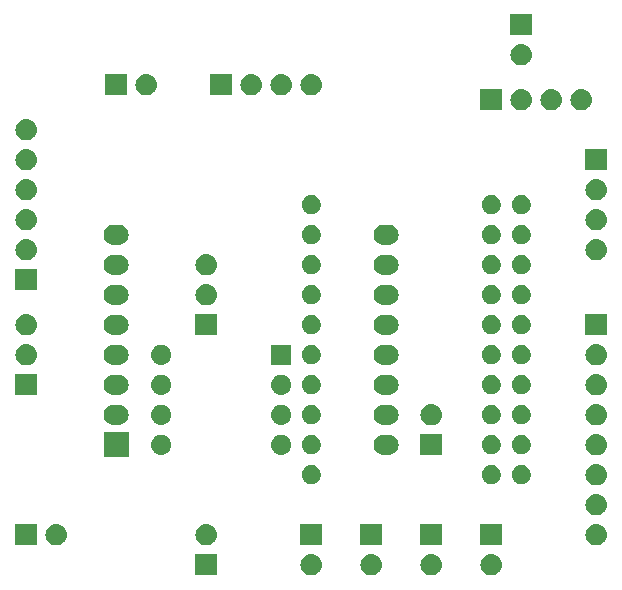
<source format=gbr>
G04 #@! TF.GenerationSoftware,KiCad,Pcbnew,5.1.4+dfsg1-1*
G04 #@! TF.CreationDate,2019-10-31T22:05:16+07:00*
G04 #@! TF.ProjectId,myFarm,6d794661-726d-42e6-9b69-6361645f7063,rev?*
G04 #@! TF.SameCoordinates,Original*
G04 #@! TF.FileFunction,Soldermask,Top*
G04 #@! TF.FilePolarity,Negative*
%FSLAX46Y46*%
G04 Gerber Fmt 4.6, Leading zero omitted, Abs format (unit mm)*
G04 Created by KiCad (PCBNEW 5.1.4+dfsg1-1) date 2019-10-31 22:05:16*
%MOMM*%
%LPD*%
G04 APERTURE LIST*
%ADD10C,0.100000*%
G04 APERTURE END LIST*
D10*
G36*
X94090442Y-95625518D02*
G01*
X94156627Y-95632037D01*
X94326466Y-95683557D01*
X94482991Y-95767222D01*
X94518729Y-95796552D01*
X94620186Y-95879814D01*
X94703448Y-95981271D01*
X94732778Y-96017009D01*
X94816443Y-96173534D01*
X94867963Y-96343373D01*
X94885359Y-96520000D01*
X94867963Y-96696627D01*
X94816443Y-96866466D01*
X94732778Y-97022991D01*
X94703448Y-97058729D01*
X94620186Y-97160186D01*
X94518729Y-97243448D01*
X94482991Y-97272778D01*
X94326466Y-97356443D01*
X94156627Y-97407963D01*
X94090442Y-97414482D01*
X94024260Y-97421000D01*
X93935740Y-97421000D01*
X93869558Y-97414482D01*
X93803373Y-97407963D01*
X93633534Y-97356443D01*
X93477009Y-97272778D01*
X93441271Y-97243448D01*
X93339814Y-97160186D01*
X93256552Y-97058729D01*
X93227222Y-97022991D01*
X93143557Y-96866466D01*
X93092037Y-96696627D01*
X93074641Y-96520000D01*
X93092037Y-96343373D01*
X93143557Y-96173534D01*
X93227222Y-96017009D01*
X93256552Y-95981271D01*
X93339814Y-95879814D01*
X93441271Y-95796552D01*
X93477009Y-95767222D01*
X93633534Y-95683557D01*
X93803373Y-95632037D01*
X93869558Y-95625518D01*
X93935740Y-95619000D01*
X94024260Y-95619000D01*
X94090442Y-95625518D01*
X94090442Y-95625518D01*
G37*
G36*
X104250442Y-95625518D02*
G01*
X104316627Y-95632037D01*
X104486466Y-95683557D01*
X104642991Y-95767222D01*
X104678729Y-95796552D01*
X104780186Y-95879814D01*
X104863448Y-95981271D01*
X104892778Y-96017009D01*
X104976443Y-96173534D01*
X105027963Y-96343373D01*
X105045359Y-96520000D01*
X105027963Y-96696627D01*
X104976443Y-96866466D01*
X104892778Y-97022991D01*
X104863448Y-97058729D01*
X104780186Y-97160186D01*
X104678729Y-97243448D01*
X104642991Y-97272778D01*
X104486466Y-97356443D01*
X104316627Y-97407963D01*
X104250442Y-97414482D01*
X104184260Y-97421000D01*
X104095740Y-97421000D01*
X104029558Y-97414482D01*
X103963373Y-97407963D01*
X103793534Y-97356443D01*
X103637009Y-97272778D01*
X103601271Y-97243448D01*
X103499814Y-97160186D01*
X103416552Y-97058729D01*
X103387222Y-97022991D01*
X103303557Y-96866466D01*
X103252037Y-96696627D01*
X103234641Y-96520000D01*
X103252037Y-96343373D01*
X103303557Y-96173534D01*
X103387222Y-96017009D01*
X103416552Y-95981271D01*
X103499814Y-95879814D01*
X103601271Y-95796552D01*
X103637009Y-95767222D01*
X103793534Y-95683557D01*
X103963373Y-95632037D01*
X104029558Y-95625518D01*
X104095740Y-95619000D01*
X104184260Y-95619000D01*
X104250442Y-95625518D01*
X104250442Y-95625518D01*
G37*
G36*
X85991000Y-97421000D02*
G01*
X84189000Y-97421000D01*
X84189000Y-95619000D01*
X85991000Y-95619000D01*
X85991000Y-97421000D01*
X85991000Y-97421000D01*
G37*
G36*
X99170442Y-95625518D02*
G01*
X99236627Y-95632037D01*
X99406466Y-95683557D01*
X99562991Y-95767222D01*
X99598729Y-95796552D01*
X99700186Y-95879814D01*
X99783448Y-95981271D01*
X99812778Y-96017009D01*
X99896443Y-96173534D01*
X99947963Y-96343373D01*
X99965359Y-96520000D01*
X99947963Y-96696627D01*
X99896443Y-96866466D01*
X99812778Y-97022991D01*
X99783448Y-97058729D01*
X99700186Y-97160186D01*
X99598729Y-97243448D01*
X99562991Y-97272778D01*
X99406466Y-97356443D01*
X99236627Y-97407963D01*
X99170442Y-97414482D01*
X99104260Y-97421000D01*
X99015740Y-97421000D01*
X98949558Y-97414482D01*
X98883373Y-97407963D01*
X98713534Y-97356443D01*
X98557009Y-97272778D01*
X98521271Y-97243448D01*
X98419814Y-97160186D01*
X98336552Y-97058729D01*
X98307222Y-97022991D01*
X98223557Y-96866466D01*
X98172037Y-96696627D01*
X98154641Y-96520000D01*
X98172037Y-96343373D01*
X98223557Y-96173534D01*
X98307222Y-96017009D01*
X98336552Y-95981271D01*
X98419814Y-95879814D01*
X98521271Y-95796552D01*
X98557009Y-95767222D01*
X98713534Y-95683557D01*
X98883373Y-95632037D01*
X98949558Y-95625518D01*
X99015740Y-95619000D01*
X99104260Y-95619000D01*
X99170442Y-95625518D01*
X99170442Y-95625518D01*
G37*
G36*
X109330442Y-95625518D02*
G01*
X109396627Y-95632037D01*
X109566466Y-95683557D01*
X109722991Y-95767222D01*
X109758729Y-95796552D01*
X109860186Y-95879814D01*
X109943448Y-95981271D01*
X109972778Y-96017009D01*
X110056443Y-96173534D01*
X110107963Y-96343373D01*
X110125359Y-96520000D01*
X110107963Y-96696627D01*
X110056443Y-96866466D01*
X109972778Y-97022991D01*
X109943448Y-97058729D01*
X109860186Y-97160186D01*
X109758729Y-97243448D01*
X109722991Y-97272778D01*
X109566466Y-97356443D01*
X109396627Y-97407963D01*
X109330442Y-97414482D01*
X109264260Y-97421000D01*
X109175740Y-97421000D01*
X109109558Y-97414482D01*
X109043373Y-97407963D01*
X108873534Y-97356443D01*
X108717009Y-97272778D01*
X108681271Y-97243448D01*
X108579814Y-97160186D01*
X108496552Y-97058729D01*
X108467222Y-97022991D01*
X108383557Y-96866466D01*
X108332037Y-96696627D01*
X108314641Y-96520000D01*
X108332037Y-96343373D01*
X108383557Y-96173534D01*
X108467222Y-96017009D01*
X108496552Y-95981271D01*
X108579814Y-95879814D01*
X108681271Y-95796552D01*
X108717009Y-95767222D01*
X108873534Y-95683557D01*
X109043373Y-95632037D01*
X109109558Y-95625518D01*
X109175740Y-95619000D01*
X109264260Y-95619000D01*
X109330442Y-95625518D01*
X109330442Y-95625518D01*
G37*
G36*
X105041000Y-94881000D02*
G01*
X103239000Y-94881000D01*
X103239000Y-93079000D01*
X105041000Y-93079000D01*
X105041000Y-94881000D01*
X105041000Y-94881000D01*
G37*
G36*
X110121000Y-94881000D02*
G01*
X108319000Y-94881000D01*
X108319000Y-93079000D01*
X110121000Y-93079000D01*
X110121000Y-94881000D01*
X110121000Y-94881000D01*
G37*
G36*
X85200443Y-93085519D02*
G01*
X85266627Y-93092037D01*
X85436466Y-93143557D01*
X85592991Y-93227222D01*
X85628729Y-93256552D01*
X85730186Y-93339814D01*
X85813448Y-93441271D01*
X85842778Y-93477009D01*
X85926443Y-93633534D01*
X85977963Y-93803373D01*
X85995359Y-93980000D01*
X85977963Y-94156627D01*
X85926443Y-94326466D01*
X85842778Y-94482991D01*
X85813448Y-94518729D01*
X85730186Y-94620186D01*
X85628729Y-94703448D01*
X85592991Y-94732778D01*
X85436466Y-94816443D01*
X85266627Y-94867963D01*
X85200443Y-94874481D01*
X85134260Y-94881000D01*
X85045740Y-94881000D01*
X84979557Y-94874481D01*
X84913373Y-94867963D01*
X84743534Y-94816443D01*
X84587009Y-94732778D01*
X84551271Y-94703448D01*
X84449814Y-94620186D01*
X84366552Y-94518729D01*
X84337222Y-94482991D01*
X84253557Y-94326466D01*
X84202037Y-94156627D01*
X84184641Y-93980000D01*
X84202037Y-93803373D01*
X84253557Y-93633534D01*
X84337222Y-93477009D01*
X84366552Y-93441271D01*
X84449814Y-93339814D01*
X84551271Y-93256552D01*
X84587009Y-93227222D01*
X84743534Y-93143557D01*
X84913373Y-93092037D01*
X84979557Y-93085519D01*
X85045740Y-93079000D01*
X85134260Y-93079000D01*
X85200443Y-93085519D01*
X85200443Y-93085519D01*
G37*
G36*
X99961000Y-94881000D02*
G01*
X98159000Y-94881000D01*
X98159000Y-93079000D01*
X99961000Y-93079000D01*
X99961000Y-94881000D01*
X99961000Y-94881000D01*
G37*
G36*
X94881000Y-94881000D02*
G01*
X93079000Y-94881000D01*
X93079000Y-93079000D01*
X94881000Y-93079000D01*
X94881000Y-94881000D01*
X94881000Y-94881000D01*
G37*
G36*
X72500443Y-93085519D02*
G01*
X72566627Y-93092037D01*
X72736466Y-93143557D01*
X72892991Y-93227222D01*
X72928729Y-93256552D01*
X73030186Y-93339814D01*
X73113448Y-93441271D01*
X73142778Y-93477009D01*
X73226443Y-93633534D01*
X73277963Y-93803373D01*
X73295359Y-93980000D01*
X73277963Y-94156627D01*
X73226443Y-94326466D01*
X73142778Y-94482991D01*
X73113448Y-94518729D01*
X73030186Y-94620186D01*
X72928729Y-94703448D01*
X72892991Y-94732778D01*
X72736466Y-94816443D01*
X72566627Y-94867963D01*
X72500443Y-94874481D01*
X72434260Y-94881000D01*
X72345740Y-94881000D01*
X72279557Y-94874481D01*
X72213373Y-94867963D01*
X72043534Y-94816443D01*
X71887009Y-94732778D01*
X71851271Y-94703448D01*
X71749814Y-94620186D01*
X71666552Y-94518729D01*
X71637222Y-94482991D01*
X71553557Y-94326466D01*
X71502037Y-94156627D01*
X71484641Y-93980000D01*
X71502037Y-93803373D01*
X71553557Y-93633534D01*
X71637222Y-93477009D01*
X71666552Y-93441271D01*
X71749814Y-93339814D01*
X71851271Y-93256552D01*
X71887009Y-93227222D01*
X72043534Y-93143557D01*
X72213373Y-93092037D01*
X72279557Y-93085519D01*
X72345740Y-93079000D01*
X72434260Y-93079000D01*
X72500443Y-93085519D01*
X72500443Y-93085519D01*
G37*
G36*
X70751000Y-94881000D02*
G01*
X68949000Y-94881000D01*
X68949000Y-93079000D01*
X70751000Y-93079000D01*
X70751000Y-94881000D01*
X70751000Y-94881000D01*
G37*
G36*
X118220443Y-93085519D02*
G01*
X118286627Y-93092037D01*
X118456466Y-93143557D01*
X118612991Y-93227222D01*
X118648729Y-93256552D01*
X118750186Y-93339814D01*
X118833448Y-93441271D01*
X118862778Y-93477009D01*
X118946443Y-93633534D01*
X118997963Y-93803373D01*
X119015359Y-93980000D01*
X118997963Y-94156627D01*
X118946443Y-94326466D01*
X118862778Y-94482991D01*
X118833448Y-94518729D01*
X118750186Y-94620186D01*
X118648729Y-94703448D01*
X118612991Y-94732778D01*
X118456466Y-94816443D01*
X118286627Y-94867963D01*
X118220443Y-94874481D01*
X118154260Y-94881000D01*
X118065740Y-94881000D01*
X117999557Y-94874481D01*
X117933373Y-94867963D01*
X117763534Y-94816443D01*
X117607009Y-94732778D01*
X117571271Y-94703448D01*
X117469814Y-94620186D01*
X117386552Y-94518729D01*
X117357222Y-94482991D01*
X117273557Y-94326466D01*
X117222037Y-94156627D01*
X117204641Y-93980000D01*
X117222037Y-93803373D01*
X117273557Y-93633534D01*
X117357222Y-93477009D01*
X117386552Y-93441271D01*
X117469814Y-93339814D01*
X117571271Y-93256552D01*
X117607009Y-93227222D01*
X117763534Y-93143557D01*
X117933373Y-93092037D01*
X117999557Y-93085519D01*
X118065740Y-93079000D01*
X118154260Y-93079000D01*
X118220443Y-93085519D01*
X118220443Y-93085519D01*
G37*
G36*
X118220443Y-90545519D02*
G01*
X118286627Y-90552037D01*
X118456466Y-90603557D01*
X118612991Y-90687222D01*
X118648729Y-90716552D01*
X118750186Y-90799814D01*
X118833448Y-90901271D01*
X118862778Y-90937009D01*
X118946443Y-91093534D01*
X118997963Y-91263373D01*
X119015359Y-91440000D01*
X118997963Y-91616627D01*
X118946443Y-91786466D01*
X118862778Y-91942991D01*
X118833448Y-91978729D01*
X118750186Y-92080186D01*
X118648729Y-92163448D01*
X118612991Y-92192778D01*
X118456466Y-92276443D01*
X118286627Y-92327963D01*
X118220443Y-92334481D01*
X118154260Y-92341000D01*
X118065740Y-92341000D01*
X117999557Y-92334481D01*
X117933373Y-92327963D01*
X117763534Y-92276443D01*
X117607009Y-92192778D01*
X117571271Y-92163448D01*
X117469814Y-92080186D01*
X117386552Y-91978729D01*
X117357222Y-91942991D01*
X117273557Y-91786466D01*
X117222037Y-91616627D01*
X117204641Y-91440000D01*
X117222037Y-91263373D01*
X117273557Y-91093534D01*
X117357222Y-90937009D01*
X117386552Y-90901271D01*
X117469814Y-90799814D01*
X117571271Y-90716552D01*
X117607009Y-90687222D01*
X117763534Y-90603557D01*
X117933373Y-90552037D01*
X117999557Y-90545519D01*
X118065740Y-90539000D01*
X118154260Y-90539000D01*
X118220443Y-90545519D01*
X118220443Y-90545519D01*
G37*
G36*
X118220443Y-88005519D02*
G01*
X118286627Y-88012037D01*
X118456466Y-88063557D01*
X118612991Y-88147222D01*
X118648729Y-88176552D01*
X118750186Y-88259814D01*
X118833448Y-88361271D01*
X118862778Y-88397009D01*
X118946443Y-88553534D01*
X118997963Y-88723373D01*
X119015359Y-88900000D01*
X118997963Y-89076627D01*
X118946443Y-89246466D01*
X118862778Y-89402991D01*
X118850251Y-89418255D01*
X118750186Y-89540186D01*
X118652357Y-89620471D01*
X118612991Y-89652778D01*
X118456466Y-89736443D01*
X118286627Y-89787963D01*
X118220443Y-89794481D01*
X118154260Y-89801000D01*
X118065740Y-89801000D01*
X117999557Y-89794481D01*
X117933373Y-89787963D01*
X117763534Y-89736443D01*
X117607009Y-89652778D01*
X117567643Y-89620471D01*
X117469814Y-89540186D01*
X117369749Y-89418255D01*
X117357222Y-89402991D01*
X117273557Y-89246466D01*
X117222037Y-89076627D01*
X117204641Y-88900000D01*
X117222037Y-88723373D01*
X117273557Y-88553534D01*
X117357222Y-88397009D01*
X117386552Y-88361271D01*
X117469814Y-88259814D01*
X117571271Y-88176552D01*
X117607009Y-88147222D01*
X117763534Y-88063557D01*
X117933373Y-88012037D01*
X117999557Y-88005519D01*
X118065740Y-87999000D01*
X118154260Y-87999000D01*
X118220443Y-88005519D01*
X118220443Y-88005519D01*
G37*
G36*
X109457142Y-88118242D02*
G01*
X109605101Y-88179529D01*
X109738255Y-88268499D01*
X109851501Y-88381745D01*
X109940471Y-88514899D01*
X110001758Y-88662858D01*
X110033000Y-88819925D01*
X110033000Y-88980075D01*
X110001758Y-89137142D01*
X109940471Y-89285101D01*
X109851501Y-89418255D01*
X109738255Y-89531501D01*
X109605101Y-89620471D01*
X109457142Y-89681758D01*
X109300075Y-89713000D01*
X109139925Y-89713000D01*
X108982858Y-89681758D01*
X108834899Y-89620471D01*
X108701745Y-89531501D01*
X108588499Y-89418255D01*
X108499529Y-89285101D01*
X108438242Y-89137142D01*
X108407000Y-88980075D01*
X108407000Y-88819925D01*
X108438242Y-88662858D01*
X108499529Y-88514899D01*
X108588499Y-88381745D01*
X108701745Y-88268499D01*
X108834899Y-88179529D01*
X108982858Y-88118242D01*
X109139925Y-88087000D01*
X109300075Y-88087000D01*
X109457142Y-88118242D01*
X109457142Y-88118242D01*
G37*
G36*
X111997142Y-88118242D02*
G01*
X112145101Y-88179529D01*
X112278255Y-88268499D01*
X112391501Y-88381745D01*
X112480471Y-88514899D01*
X112541758Y-88662858D01*
X112573000Y-88819925D01*
X112573000Y-88980075D01*
X112541758Y-89137142D01*
X112480471Y-89285101D01*
X112391501Y-89418255D01*
X112278255Y-89531501D01*
X112145101Y-89620471D01*
X111997142Y-89681758D01*
X111840075Y-89713000D01*
X111679925Y-89713000D01*
X111522858Y-89681758D01*
X111374899Y-89620471D01*
X111241745Y-89531501D01*
X111128499Y-89418255D01*
X111039529Y-89285101D01*
X110978242Y-89137142D01*
X110947000Y-88980075D01*
X110947000Y-88819925D01*
X110978242Y-88662858D01*
X111039529Y-88514899D01*
X111128499Y-88381745D01*
X111241745Y-88268499D01*
X111374899Y-88179529D01*
X111522858Y-88118242D01*
X111679925Y-88087000D01*
X111840075Y-88087000D01*
X111997142Y-88118242D01*
X111997142Y-88118242D01*
G37*
G36*
X94217142Y-88118242D02*
G01*
X94365101Y-88179529D01*
X94498255Y-88268499D01*
X94611501Y-88381745D01*
X94700471Y-88514899D01*
X94761758Y-88662858D01*
X94793000Y-88819925D01*
X94793000Y-88980075D01*
X94761758Y-89137142D01*
X94700471Y-89285101D01*
X94611501Y-89418255D01*
X94498255Y-89531501D01*
X94365101Y-89620471D01*
X94217142Y-89681758D01*
X94060075Y-89713000D01*
X93899925Y-89713000D01*
X93742858Y-89681758D01*
X93594899Y-89620471D01*
X93461745Y-89531501D01*
X93348499Y-89418255D01*
X93259529Y-89285101D01*
X93198242Y-89137142D01*
X93167000Y-88980075D01*
X93167000Y-88819925D01*
X93198242Y-88662858D01*
X93259529Y-88514899D01*
X93348499Y-88381745D01*
X93461745Y-88268499D01*
X93594899Y-88179529D01*
X93742858Y-88118242D01*
X93899925Y-88087000D01*
X94060075Y-88087000D01*
X94217142Y-88118242D01*
X94217142Y-88118242D01*
G37*
G36*
X78521000Y-87411000D02*
G01*
X76419000Y-87411000D01*
X76419000Y-85309000D01*
X78521000Y-85309000D01*
X78521000Y-87411000D01*
X78521000Y-87411000D01*
G37*
G36*
X118220442Y-85465518D02*
G01*
X118286627Y-85472037D01*
X118456466Y-85523557D01*
X118612991Y-85607222D01*
X118648729Y-85636552D01*
X118750186Y-85719814D01*
X118833448Y-85821271D01*
X118862778Y-85857009D01*
X118946443Y-86013534D01*
X118997963Y-86183373D01*
X119015359Y-86360000D01*
X118997963Y-86536627D01*
X118946443Y-86706466D01*
X118862778Y-86862991D01*
X118850251Y-86878255D01*
X118750186Y-87000186D01*
X118652357Y-87080471D01*
X118612991Y-87112778D01*
X118456466Y-87196443D01*
X118286627Y-87247963D01*
X118220442Y-87254482D01*
X118154260Y-87261000D01*
X118065740Y-87261000D01*
X117999558Y-87254482D01*
X117933373Y-87247963D01*
X117763534Y-87196443D01*
X117607009Y-87112778D01*
X117567643Y-87080471D01*
X117469814Y-87000186D01*
X117369749Y-86878255D01*
X117357222Y-86862991D01*
X117273557Y-86706466D01*
X117222037Y-86536627D01*
X117204641Y-86360000D01*
X117222037Y-86183373D01*
X117273557Y-86013534D01*
X117357222Y-85857009D01*
X117386552Y-85821271D01*
X117469814Y-85719814D01*
X117571271Y-85636552D01*
X117607009Y-85607222D01*
X117763534Y-85523557D01*
X117933373Y-85472037D01*
X117999558Y-85465518D01*
X118065740Y-85459000D01*
X118154260Y-85459000D01*
X118220442Y-85465518D01*
X118220442Y-85465518D01*
G37*
G36*
X105041000Y-87261000D02*
G01*
X103239000Y-87261000D01*
X103239000Y-85459000D01*
X105041000Y-85459000D01*
X105041000Y-87261000D01*
X105041000Y-87261000D01*
G37*
G36*
X91606823Y-85521313D02*
G01*
X91767242Y-85569976D01*
X91836922Y-85607221D01*
X91915078Y-85648996D01*
X92044659Y-85755341D01*
X92151004Y-85884922D01*
X92151005Y-85884924D01*
X92230024Y-86032758D01*
X92278687Y-86193177D01*
X92295117Y-86360000D01*
X92278687Y-86526823D01*
X92230024Y-86687242D01*
X92159114Y-86819906D01*
X92151004Y-86835078D01*
X92044659Y-86964659D01*
X91915078Y-87071004D01*
X91915076Y-87071005D01*
X91767242Y-87150024D01*
X91606823Y-87198687D01*
X91481804Y-87211000D01*
X91398196Y-87211000D01*
X91273177Y-87198687D01*
X91112758Y-87150024D01*
X90964924Y-87071005D01*
X90964922Y-87071004D01*
X90835341Y-86964659D01*
X90728996Y-86835078D01*
X90720886Y-86819906D01*
X90649976Y-86687242D01*
X90601313Y-86526823D01*
X90584883Y-86360000D01*
X90601313Y-86193177D01*
X90649976Y-86032758D01*
X90728995Y-85884924D01*
X90728996Y-85884922D01*
X90835341Y-85755341D01*
X90964922Y-85648996D01*
X91043078Y-85607221D01*
X91112758Y-85569976D01*
X91273177Y-85521313D01*
X91398196Y-85509000D01*
X91481804Y-85509000D01*
X91606823Y-85521313D01*
X91606823Y-85521313D01*
G37*
G36*
X81446823Y-85521313D02*
G01*
X81607242Y-85569976D01*
X81676922Y-85607221D01*
X81755078Y-85648996D01*
X81884659Y-85755341D01*
X81991004Y-85884922D01*
X81991005Y-85884924D01*
X82070024Y-86032758D01*
X82118687Y-86193177D01*
X82135117Y-86360000D01*
X82118687Y-86526823D01*
X82070024Y-86687242D01*
X81999114Y-86819906D01*
X81991004Y-86835078D01*
X81884659Y-86964659D01*
X81755078Y-87071004D01*
X81755076Y-87071005D01*
X81607242Y-87150024D01*
X81446823Y-87198687D01*
X81321804Y-87211000D01*
X81238196Y-87211000D01*
X81113177Y-87198687D01*
X80952758Y-87150024D01*
X80804924Y-87071005D01*
X80804922Y-87071004D01*
X80675341Y-86964659D01*
X80568996Y-86835078D01*
X80560886Y-86819906D01*
X80489976Y-86687242D01*
X80441313Y-86526823D01*
X80424883Y-86360000D01*
X80441313Y-86193177D01*
X80489976Y-86032758D01*
X80568995Y-85884924D01*
X80568996Y-85884922D01*
X80675341Y-85755341D01*
X80804922Y-85648996D01*
X80883078Y-85607221D01*
X80952758Y-85569976D01*
X81113177Y-85521313D01*
X81238196Y-85509000D01*
X81321804Y-85509000D01*
X81446823Y-85521313D01*
X81446823Y-85521313D01*
G37*
G36*
X100696823Y-85521313D02*
G01*
X100857242Y-85569976D01*
X100926922Y-85607221D01*
X101005078Y-85648996D01*
X101134659Y-85755341D01*
X101241004Y-85884922D01*
X101241005Y-85884924D01*
X101320024Y-86032758D01*
X101368687Y-86193177D01*
X101385117Y-86360000D01*
X101368687Y-86526823D01*
X101320024Y-86687242D01*
X101249114Y-86819906D01*
X101241004Y-86835078D01*
X101134659Y-86964659D01*
X101005078Y-87071004D01*
X101005076Y-87071005D01*
X100857242Y-87150024D01*
X100696823Y-87198687D01*
X100571804Y-87211000D01*
X100088196Y-87211000D01*
X99963177Y-87198687D01*
X99802758Y-87150024D01*
X99654924Y-87071005D01*
X99654922Y-87071004D01*
X99525341Y-86964659D01*
X99418996Y-86835078D01*
X99410886Y-86819906D01*
X99339976Y-86687242D01*
X99291313Y-86526823D01*
X99274883Y-86360000D01*
X99291313Y-86193177D01*
X99339976Y-86032758D01*
X99418995Y-85884924D01*
X99418996Y-85884922D01*
X99525341Y-85755341D01*
X99654922Y-85648996D01*
X99733078Y-85607221D01*
X99802758Y-85569976D01*
X99963177Y-85521313D01*
X100088196Y-85509000D01*
X100571804Y-85509000D01*
X100696823Y-85521313D01*
X100696823Y-85521313D01*
G37*
G36*
X111997142Y-85578242D02*
G01*
X112145101Y-85639529D01*
X112278255Y-85728499D01*
X112391501Y-85841745D01*
X112480471Y-85974899D01*
X112541758Y-86122858D01*
X112573000Y-86279925D01*
X112573000Y-86440075D01*
X112541758Y-86597142D01*
X112480471Y-86745101D01*
X112391501Y-86878255D01*
X112278255Y-86991501D01*
X112145101Y-87080471D01*
X111997142Y-87141758D01*
X111840075Y-87173000D01*
X111679925Y-87173000D01*
X111522858Y-87141758D01*
X111374899Y-87080471D01*
X111241745Y-86991501D01*
X111128499Y-86878255D01*
X111039529Y-86745101D01*
X110978242Y-86597142D01*
X110947000Y-86440075D01*
X110947000Y-86279925D01*
X110978242Y-86122858D01*
X111039529Y-85974899D01*
X111128499Y-85841745D01*
X111241745Y-85728499D01*
X111374899Y-85639529D01*
X111522858Y-85578242D01*
X111679925Y-85547000D01*
X111840075Y-85547000D01*
X111997142Y-85578242D01*
X111997142Y-85578242D01*
G37*
G36*
X109457142Y-85578242D02*
G01*
X109605101Y-85639529D01*
X109738255Y-85728499D01*
X109851501Y-85841745D01*
X109940471Y-85974899D01*
X110001758Y-86122858D01*
X110033000Y-86279925D01*
X110033000Y-86440075D01*
X110001758Y-86597142D01*
X109940471Y-86745101D01*
X109851501Y-86878255D01*
X109738255Y-86991501D01*
X109605101Y-87080471D01*
X109457142Y-87141758D01*
X109300075Y-87173000D01*
X109139925Y-87173000D01*
X108982858Y-87141758D01*
X108834899Y-87080471D01*
X108701745Y-86991501D01*
X108588499Y-86878255D01*
X108499529Y-86745101D01*
X108438242Y-86597142D01*
X108407000Y-86440075D01*
X108407000Y-86279925D01*
X108438242Y-86122858D01*
X108499529Y-85974899D01*
X108588499Y-85841745D01*
X108701745Y-85728499D01*
X108834899Y-85639529D01*
X108982858Y-85578242D01*
X109139925Y-85547000D01*
X109300075Y-85547000D01*
X109457142Y-85578242D01*
X109457142Y-85578242D01*
G37*
G36*
X94217142Y-85578242D02*
G01*
X94365101Y-85639529D01*
X94498255Y-85728499D01*
X94611501Y-85841745D01*
X94700471Y-85974899D01*
X94761758Y-86122858D01*
X94793000Y-86279925D01*
X94793000Y-86440075D01*
X94761758Y-86597142D01*
X94700471Y-86745101D01*
X94611501Y-86878255D01*
X94498255Y-86991501D01*
X94365101Y-87080471D01*
X94217142Y-87141758D01*
X94060075Y-87173000D01*
X93899925Y-87173000D01*
X93742858Y-87141758D01*
X93594899Y-87080471D01*
X93461745Y-86991501D01*
X93348499Y-86878255D01*
X93259529Y-86745101D01*
X93198242Y-86597142D01*
X93167000Y-86440075D01*
X93167000Y-86279925D01*
X93198242Y-86122858D01*
X93259529Y-85974899D01*
X93348499Y-85841745D01*
X93461745Y-85728499D01*
X93594899Y-85639529D01*
X93742858Y-85578242D01*
X93899925Y-85547000D01*
X94060075Y-85547000D01*
X94217142Y-85578242D01*
X94217142Y-85578242D01*
G37*
G36*
X104250443Y-82925519D02*
G01*
X104316627Y-82932037D01*
X104486466Y-82983557D01*
X104642991Y-83067222D01*
X104678729Y-83096552D01*
X104780186Y-83179814D01*
X104863448Y-83281271D01*
X104892778Y-83317009D01*
X104976443Y-83473534D01*
X105027963Y-83643373D01*
X105045359Y-83820000D01*
X105027963Y-83996627D01*
X104976443Y-84166466D01*
X104892778Y-84322991D01*
X104880251Y-84338255D01*
X104780186Y-84460186D01*
X104682357Y-84540471D01*
X104642991Y-84572778D01*
X104486466Y-84656443D01*
X104316627Y-84707963D01*
X104250443Y-84714481D01*
X104184260Y-84721000D01*
X104095740Y-84721000D01*
X104029557Y-84714481D01*
X103963373Y-84707963D01*
X103793534Y-84656443D01*
X103637009Y-84572778D01*
X103597643Y-84540471D01*
X103499814Y-84460186D01*
X103399749Y-84338255D01*
X103387222Y-84322991D01*
X103303557Y-84166466D01*
X103252037Y-83996627D01*
X103234641Y-83820000D01*
X103252037Y-83643373D01*
X103303557Y-83473534D01*
X103387222Y-83317009D01*
X103416552Y-83281271D01*
X103499814Y-83179814D01*
X103601271Y-83096552D01*
X103637009Y-83067222D01*
X103793534Y-82983557D01*
X103963373Y-82932037D01*
X104029557Y-82925519D01*
X104095740Y-82919000D01*
X104184260Y-82919000D01*
X104250443Y-82925519D01*
X104250443Y-82925519D01*
G37*
G36*
X118220443Y-82925519D02*
G01*
X118286627Y-82932037D01*
X118456466Y-82983557D01*
X118612991Y-83067222D01*
X118648729Y-83096552D01*
X118750186Y-83179814D01*
X118833448Y-83281271D01*
X118862778Y-83317009D01*
X118946443Y-83473534D01*
X118997963Y-83643373D01*
X119015359Y-83820000D01*
X118997963Y-83996627D01*
X118946443Y-84166466D01*
X118862778Y-84322991D01*
X118850251Y-84338255D01*
X118750186Y-84460186D01*
X118652357Y-84540471D01*
X118612991Y-84572778D01*
X118456466Y-84656443D01*
X118286627Y-84707963D01*
X118220443Y-84714481D01*
X118154260Y-84721000D01*
X118065740Y-84721000D01*
X117999557Y-84714481D01*
X117933373Y-84707963D01*
X117763534Y-84656443D01*
X117607009Y-84572778D01*
X117567643Y-84540471D01*
X117469814Y-84460186D01*
X117369749Y-84338255D01*
X117357222Y-84322991D01*
X117273557Y-84166466D01*
X117222037Y-83996627D01*
X117204641Y-83820000D01*
X117222037Y-83643373D01*
X117273557Y-83473534D01*
X117357222Y-83317009D01*
X117386552Y-83281271D01*
X117469814Y-83179814D01*
X117571271Y-83096552D01*
X117607009Y-83067222D01*
X117763534Y-82983557D01*
X117933373Y-82932037D01*
X117999557Y-82925519D01*
X118065740Y-82919000D01*
X118154260Y-82919000D01*
X118220443Y-82925519D01*
X118220443Y-82925519D01*
G37*
G36*
X81446823Y-82981313D02*
G01*
X81607242Y-83029976D01*
X81676922Y-83067221D01*
X81755078Y-83108996D01*
X81884659Y-83215341D01*
X81991004Y-83344922D01*
X81991005Y-83344924D01*
X82070024Y-83492758D01*
X82118687Y-83653177D01*
X82135117Y-83820000D01*
X82118687Y-83986823D01*
X82070024Y-84147242D01*
X81999114Y-84279906D01*
X81991004Y-84295078D01*
X81884659Y-84424659D01*
X81755078Y-84531004D01*
X81755076Y-84531005D01*
X81607242Y-84610024D01*
X81446823Y-84658687D01*
X81321804Y-84671000D01*
X81238196Y-84671000D01*
X81113177Y-84658687D01*
X80952758Y-84610024D01*
X80804924Y-84531005D01*
X80804922Y-84531004D01*
X80675341Y-84424659D01*
X80568996Y-84295078D01*
X80560886Y-84279906D01*
X80489976Y-84147242D01*
X80441313Y-83986823D01*
X80424883Y-83820000D01*
X80441313Y-83653177D01*
X80489976Y-83492758D01*
X80568995Y-83344924D01*
X80568996Y-83344922D01*
X80675341Y-83215341D01*
X80804922Y-83108996D01*
X80883078Y-83067221D01*
X80952758Y-83029976D01*
X81113177Y-82981313D01*
X81238196Y-82969000D01*
X81321804Y-82969000D01*
X81446823Y-82981313D01*
X81446823Y-82981313D01*
G37*
G36*
X91606823Y-82981313D02*
G01*
X91767242Y-83029976D01*
X91836922Y-83067221D01*
X91915078Y-83108996D01*
X92044659Y-83215341D01*
X92151004Y-83344922D01*
X92151005Y-83344924D01*
X92230024Y-83492758D01*
X92278687Y-83653177D01*
X92295117Y-83820000D01*
X92278687Y-83986823D01*
X92230024Y-84147242D01*
X92159114Y-84279906D01*
X92151004Y-84295078D01*
X92044659Y-84424659D01*
X91915078Y-84531004D01*
X91915076Y-84531005D01*
X91767242Y-84610024D01*
X91606823Y-84658687D01*
X91481804Y-84671000D01*
X91398196Y-84671000D01*
X91273177Y-84658687D01*
X91112758Y-84610024D01*
X90964924Y-84531005D01*
X90964922Y-84531004D01*
X90835341Y-84424659D01*
X90728996Y-84295078D01*
X90720886Y-84279906D01*
X90649976Y-84147242D01*
X90601313Y-83986823D01*
X90584883Y-83820000D01*
X90601313Y-83653177D01*
X90649976Y-83492758D01*
X90728995Y-83344924D01*
X90728996Y-83344922D01*
X90835341Y-83215341D01*
X90964922Y-83108996D01*
X91043078Y-83067221D01*
X91112758Y-83029976D01*
X91273177Y-82981313D01*
X91398196Y-82969000D01*
X91481804Y-82969000D01*
X91606823Y-82981313D01*
X91606823Y-82981313D01*
G37*
G36*
X100696823Y-82981313D02*
G01*
X100857242Y-83029976D01*
X100926922Y-83067221D01*
X101005078Y-83108996D01*
X101134659Y-83215341D01*
X101241004Y-83344922D01*
X101241005Y-83344924D01*
X101320024Y-83492758D01*
X101368687Y-83653177D01*
X101385117Y-83820000D01*
X101368687Y-83986823D01*
X101320024Y-84147242D01*
X101249114Y-84279906D01*
X101241004Y-84295078D01*
X101134659Y-84424659D01*
X101005078Y-84531004D01*
X101005076Y-84531005D01*
X100857242Y-84610024D01*
X100696823Y-84658687D01*
X100571804Y-84671000D01*
X100088196Y-84671000D01*
X99963177Y-84658687D01*
X99802758Y-84610024D01*
X99654924Y-84531005D01*
X99654922Y-84531004D01*
X99525341Y-84424659D01*
X99418996Y-84295078D01*
X99410886Y-84279906D01*
X99339976Y-84147242D01*
X99291313Y-83986823D01*
X99274883Y-83820000D01*
X99291313Y-83653177D01*
X99339976Y-83492758D01*
X99418995Y-83344924D01*
X99418996Y-83344922D01*
X99525341Y-83215341D01*
X99654922Y-83108996D01*
X99733078Y-83067221D01*
X99802758Y-83029976D01*
X99963177Y-82981313D01*
X100088196Y-82969000D01*
X100571804Y-82969000D01*
X100696823Y-82981313D01*
X100696823Y-82981313D01*
G37*
G36*
X77836823Y-82981313D02*
G01*
X77997242Y-83029976D01*
X78066922Y-83067221D01*
X78145078Y-83108996D01*
X78274659Y-83215341D01*
X78381004Y-83344922D01*
X78381005Y-83344924D01*
X78460024Y-83492758D01*
X78508687Y-83653177D01*
X78525117Y-83820000D01*
X78508687Y-83986823D01*
X78460024Y-84147242D01*
X78389114Y-84279906D01*
X78381004Y-84295078D01*
X78274659Y-84424659D01*
X78145078Y-84531004D01*
X78145076Y-84531005D01*
X77997242Y-84610024D01*
X77836823Y-84658687D01*
X77711804Y-84671000D01*
X77228196Y-84671000D01*
X77103177Y-84658687D01*
X76942758Y-84610024D01*
X76794924Y-84531005D01*
X76794922Y-84531004D01*
X76665341Y-84424659D01*
X76558996Y-84295078D01*
X76550886Y-84279906D01*
X76479976Y-84147242D01*
X76431313Y-83986823D01*
X76414883Y-83820000D01*
X76431313Y-83653177D01*
X76479976Y-83492758D01*
X76558995Y-83344924D01*
X76558996Y-83344922D01*
X76665341Y-83215341D01*
X76794922Y-83108996D01*
X76873078Y-83067221D01*
X76942758Y-83029976D01*
X77103177Y-82981313D01*
X77228196Y-82969000D01*
X77711804Y-82969000D01*
X77836823Y-82981313D01*
X77836823Y-82981313D01*
G37*
G36*
X109457142Y-83038242D02*
G01*
X109605101Y-83099529D01*
X109738255Y-83188499D01*
X109851501Y-83301745D01*
X109940471Y-83434899D01*
X110001758Y-83582858D01*
X110033000Y-83739925D01*
X110033000Y-83900075D01*
X110001758Y-84057142D01*
X109940471Y-84205101D01*
X109851501Y-84338255D01*
X109738255Y-84451501D01*
X109605101Y-84540471D01*
X109457142Y-84601758D01*
X109300075Y-84633000D01*
X109139925Y-84633000D01*
X108982858Y-84601758D01*
X108834899Y-84540471D01*
X108701745Y-84451501D01*
X108588499Y-84338255D01*
X108499529Y-84205101D01*
X108438242Y-84057142D01*
X108407000Y-83900075D01*
X108407000Y-83739925D01*
X108438242Y-83582858D01*
X108499529Y-83434899D01*
X108588499Y-83301745D01*
X108701745Y-83188499D01*
X108834899Y-83099529D01*
X108982858Y-83038242D01*
X109139925Y-83007000D01*
X109300075Y-83007000D01*
X109457142Y-83038242D01*
X109457142Y-83038242D01*
G37*
G36*
X111997142Y-83038242D02*
G01*
X112145101Y-83099529D01*
X112278255Y-83188499D01*
X112391501Y-83301745D01*
X112480471Y-83434899D01*
X112541758Y-83582858D01*
X112573000Y-83739925D01*
X112573000Y-83900075D01*
X112541758Y-84057142D01*
X112480471Y-84205101D01*
X112391501Y-84338255D01*
X112278255Y-84451501D01*
X112145101Y-84540471D01*
X111997142Y-84601758D01*
X111840075Y-84633000D01*
X111679925Y-84633000D01*
X111522858Y-84601758D01*
X111374899Y-84540471D01*
X111241745Y-84451501D01*
X111128499Y-84338255D01*
X111039529Y-84205101D01*
X110978242Y-84057142D01*
X110947000Y-83900075D01*
X110947000Y-83739925D01*
X110978242Y-83582858D01*
X111039529Y-83434899D01*
X111128499Y-83301745D01*
X111241745Y-83188499D01*
X111374899Y-83099529D01*
X111522858Y-83038242D01*
X111679925Y-83007000D01*
X111840075Y-83007000D01*
X111997142Y-83038242D01*
X111997142Y-83038242D01*
G37*
G36*
X94217142Y-83038242D02*
G01*
X94365101Y-83099529D01*
X94498255Y-83188499D01*
X94611501Y-83301745D01*
X94700471Y-83434899D01*
X94761758Y-83582858D01*
X94793000Y-83739925D01*
X94793000Y-83900075D01*
X94761758Y-84057142D01*
X94700471Y-84205101D01*
X94611501Y-84338255D01*
X94498255Y-84451501D01*
X94365101Y-84540471D01*
X94217142Y-84601758D01*
X94060075Y-84633000D01*
X93899925Y-84633000D01*
X93742858Y-84601758D01*
X93594899Y-84540471D01*
X93461745Y-84451501D01*
X93348499Y-84338255D01*
X93259529Y-84205101D01*
X93198242Y-84057142D01*
X93167000Y-83900075D01*
X93167000Y-83739925D01*
X93198242Y-83582858D01*
X93259529Y-83434899D01*
X93348499Y-83301745D01*
X93461745Y-83188499D01*
X93594899Y-83099529D01*
X93742858Y-83038242D01*
X93899925Y-83007000D01*
X94060075Y-83007000D01*
X94217142Y-83038242D01*
X94217142Y-83038242D01*
G37*
G36*
X118220442Y-80385518D02*
G01*
X118286627Y-80392037D01*
X118456466Y-80443557D01*
X118612991Y-80527222D01*
X118648729Y-80556552D01*
X118750186Y-80639814D01*
X118833448Y-80741271D01*
X118862778Y-80777009D01*
X118946443Y-80933534D01*
X118997963Y-81103373D01*
X119015359Y-81280000D01*
X118997963Y-81456627D01*
X118946443Y-81626466D01*
X118862778Y-81782991D01*
X118850251Y-81798255D01*
X118750186Y-81920186D01*
X118652357Y-82000471D01*
X118612991Y-82032778D01*
X118456466Y-82116443D01*
X118286627Y-82167963D01*
X118220443Y-82174481D01*
X118154260Y-82181000D01*
X118065740Y-82181000D01*
X117999557Y-82174481D01*
X117933373Y-82167963D01*
X117763534Y-82116443D01*
X117607009Y-82032778D01*
X117567643Y-82000471D01*
X117469814Y-81920186D01*
X117369749Y-81798255D01*
X117357222Y-81782991D01*
X117273557Y-81626466D01*
X117222037Y-81456627D01*
X117204641Y-81280000D01*
X117222037Y-81103373D01*
X117273557Y-80933534D01*
X117357222Y-80777009D01*
X117386552Y-80741271D01*
X117469814Y-80639814D01*
X117571271Y-80556552D01*
X117607009Y-80527222D01*
X117763534Y-80443557D01*
X117933373Y-80392037D01*
X117999558Y-80385518D01*
X118065740Y-80379000D01*
X118154260Y-80379000D01*
X118220442Y-80385518D01*
X118220442Y-80385518D01*
G37*
G36*
X70751000Y-82181000D02*
G01*
X68949000Y-82181000D01*
X68949000Y-80379000D01*
X70751000Y-80379000D01*
X70751000Y-82181000D01*
X70751000Y-82181000D01*
G37*
G36*
X81446823Y-80441313D02*
G01*
X81607242Y-80489976D01*
X81676922Y-80527221D01*
X81755078Y-80568996D01*
X81884659Y-80675341D01*
X81991004Y-80804922D01*
X81991005Y-80804924D01*
X82070024Y-80952758D01*
X82118687Y-81113177D01*
X82135117Y-81280000D01*
X82118687Y-81446823D01*
X82070024Y-81607242D01*
X81999114Y-81739906D01*
X81991004Y-81755078D01*
X81884659Y-81884659D01*
X81755078Y-81991004D01*
X81755076Y-81991005D01*
X81607242Y-82070024D01*
X81446823Y-82118687D01*
X81321804Y-82131000D01*
X81238196Y-82131000D01*
X81113177Y-82118687D01*
X80952758Y-82070024D01*
X80804924Y-81991005D01*
X80804922Y-81991004D01*
X80675341Y-81884659D01*
X80568996Y-81755078D01*
X80560886Y-81739906D01*
X80489976Y-81607242D01*
X80441313Y-81446823D01*
X80424883Y-81280000D01*
X80441313Y-81113177D01*
X80489976Y-80952758D01*
X80568995Y-80804924D01*
X80568996Y-80804922D01*
X80675341Y-80675341D01*
X80804922Y-80568996D01*
X80883078Y-80527221D01*
X80952758Y-80489976D01*
X81113177Y-80441313D01*
X81238196Y-80429000D01*
X81321804Y-80429000D01*
X81446823Y-80441313D01*
X81446823Y-80441313D01*
G37*
G36*
X100696823Y-80441313D02*
G01*
X100857242Y-80489976D01*
X100926922Y-80527221D01*
X101005078Y-80568996D01*
X101134659Y-80675341D01*
X101241004Y-80804922D01*
X101241005Y-80804924D01*
X101320024Y-80952758D01*
X101368687Y-81113177D01*
X101385117Y-81280000D01*
X101368687Y-81446823D01*
X101320024Y-81607242D01*
X101249114Y-81739906D01*
X101241004Y-81755078D01*
X101134659Y-81884659D01*
X101005078Y-81991004D01*
X101005076Y-81991005D01*
X100857242Y-82070024D01*
X100696823Y-82118687D01*
X100571804Y-82131000D01*
X100088196Y-82131000D01*
X99963177Y-82118687D01*
X99802758Y-82070024D01*
X99654924Y-81991005D01*
X99654922Y-81991004D01*
X99525341Y-81884659D01*
X99418996Y-81755078D01*
X99410886Y-81739906D01*
X99339976Y-81607242D01*
X99291313Y-81446823D01*
X99274883Y-81280000D01*
X99291313Y-81113177D01*
X99339976Y-80952758D01*
X99418995Y-80804924D01*
X99418996Y-80804922D01*
X99525341Y-80675341D01*
X99654922Y-80568996D01*
X99733078Y-80527221D01*
X99802758Y-80489976D01*
X99963177Y-80441313D01*
X100088196Y-80429000D01*
X100571804Y-80429000D01*
X100696823Y-80441313D01*
X100696823Y-80441313D01*
G37*
G36*
X91606823Y-80441313D02*
G01*
X91767242Y-80489976D01*
X91836922Y-80527221D01*
X91915078Y-80568996D01*
X92044659Y-80675341D01*
X92151004Y-80804922D01*
X92151005Y-80804924D01*
X92230024Y-80952758D01*
X92278687Y-81113177D01*
X92295117Y-81280000D01*
X92278687Y-81446823D01*
X92230024Y-81607242D01*
X92159114Y-81739906D01*
X92151004Y-81755078D01*
X92044659Y-81884659D01*
X91915078Y-81991004D01*
X91915076Y-81991005D01*
X91767242Y-82070024D01*
X91606823Y-82118687D01*
X91481804Y-82131000D01*
X91398196Y-82131000D01*
X91273177Y-82118687D01*
X91112758Y-82070024D01*
X90964924Y-81991005D01*
X90964922Y-81991004D01*
X90835341Y-81884659D01*
X90728996Y-81755078D01*
X90720886Y-81739906D01*
X90649976Y-81607242D01*
X90601313Y-81446823D01*
X90584883Y-81280000D01*
X90601313Y-81113177D01*
X90649976Y-80952758D01*
X90728995Y-80804924D01*
X90728996Y-80804922D01*
X90835341Y-80675341D01*
X90964922Y-80568996D01*
X91043078Y-80527221D01*
X91112758Y-80489976D01*
X91273177Y-80441313D01*
X91398196Y-80429000D01*
X91481804Y-80429000D01*
X91606823Y-80441313D01*
X91606823Y-80441313D01*
G37*
G36*
X77836823Y-80441313D02*
G01*
X77997242Y-80489976D01*
X78066922Y-80527221D01*
X78145078Y-80568996D01*
X78274659Y-80675341D01*
X78381004Y-80804922D01*
X78381005Y-80804924D01*
X78460024Y-80952758D01*
X78508687Y-81113177D01*
X78525117Y-81280000D01*
X78508687Y-81446823D01*
X78460024Y-81607242D01*
X78389114Y-81739906D01*
X78381004Y-81755078D01*
X78274659Y-81884659D01*
X78145078Y-81991004D01*
X78145076Y-81991005D01*
X77997242Y-82070024D01*
X77836823Y-82118687D01*
X77711804Y-82131000D01*
X77228196Y-82131000D01*
X77103177Y-82118687D01*
X76942758Y-82070024D01*
X76794924Y-81991005D01*
X76794922Y-81991004D01*
X76665341Y-81884659D01*
X76558996Y-81755078D01*
X76550886Y-81739906D01*
X76479976Y-81607242D01*
X76431313Y-81446823D01*
X76414883Y-81280000D01*
X76431313Y-81113177D01*
X76479976Y-80952758D01*
X76558995Y-80804924D01*
X76558996Y-80804922D01*
X76665341Y-80675341D01*
X76794922Y-80568996D01*
X76873078Y-80527221D01*
X76942758Y-80489976D01*
X77103177Y-80441313D01*
X77228196Y-80429000D01*
X77711804Y-80429000D01*
X77836823Y-80441313D01*
X77836823Y-80441313D01*
G37*
G36*
X94217142Y-80498242D02*
G01*
X94365101Y-80559529D01*
X94498255Y-80648499D01*
X94611501Y-80761745D01*
X94700471Y-80894899D01*
X94761758Y-81042858D01*
X94793000Y-81199925D01*
X94793000Y-81360075D01*
X94761758Y-81517142D01*
X94700471Y-81665101D01*
X94611501Y-81798255D01*
X94498255Y-81911501D01*
X94365101Y-82000471D01*
X94217142Y-82061758D01*
X94060075Y-82093000D01*
X93899925Y-82093000D01*
X93742858Y-82061758D01*
X93594899Y-82000471D01*
X93461745Y-81911501D01*
X93348499Y-81798255D01*
X93259529Y-81665101D01*
X93198242Y-81517142D01*
X93167000Y-81360075D01*
X93167000Y-81199925D01*
X93198242Y-81042858D01*
X93259529Y-80894899D01*
X93348499Y-80761745D01*
X93461745Y-80648499D01*
X93594899Y-80559529D01*
X93742858Y-80498242D01*
X93899925Y-80467000D01*
X94060075Y-80467000D01*
X94217142Y-80498242D01*
X94217142Y-80498242D01*
G37*
G36*
X109457142Y-80498242D02*
G01*
X109605101Y-80559529D01*
X109738255Y-80648499D01*
X109851501Y-80761745D01*
X109940471Y-80894899D01*
X110001758Y-81042858D01*
X110033000Y-81199925D01*
X110033000Y-81360075D01*
X110001758Y-81517142D01*
X109940471Y-81665101D01*
X109851501Y-81798255D01*
X109738255Y-81911501D01*
X109605101Y-82000471D01*
X109457142Y-82061758D01*
X109300075Y-82093000D01*
X109139925Y-82093000D01*
X108982858Y-82061758D01*
X108834899Y-82000471D01*
X108701745Y-81911501D01*
X108588499Y-81798255D01*
X108499529Y-81665101D01*
X108438242Y-81517142D01*
X108407000Y-81360075D01*
X108407000Y-81199925D01*
X108438242Y-81042858D01*
X108499529Y-80894899D01*
X108588499Y-80761745D01*
X108701745Y-80648499D01*
X108834899Y-80559529D01*
X108982858Y-80498242D01*
X109139925Y-80467000D01*
X109300075Y-80467000D01*
X109457142Y-80498242D01*
X109457142Y-80498242D01*
G37*
G36*
X111997142Y-80498242D02*
G01*
X112145101Y-80559529D01*
X112278255Y-80648499D01*
X112391501Y-80761745D01*
X112480471Y-80894899D01*
X112541758Y-81042858D01*
X112573000Y-81199925D01*
X112573000Y-81360075D01*
X112541758Y-81517142D01*
X112480471Y-81665101D01*
X112391501Y-81798255D01*
X112278255Y-81911501D01*
X112145101Y-82000471D01*
X111997142Y-82061758D01*
X111840075Y-82093000D01*
X111679925Y-82093000D01*
X111522858Y-82061758D01*
X111374899Y-82000471D01*
X111241745Y-81911501D01*
X111128499Y-81798255D01*
X111039529Y-81665101D01*
X110978242Y-81517142D01*
X110947000Y-81360075D01*
X110947000Y-81199925D01*
X110978242Y-81042858D01*
X111039529Y-80894899D01*
X111128499Y-80761745D01*
X111241745Y-80648499D01*
X111374899Y-80559529D01*
X111522858Y-80498242D01*
X111679925Y-80467000D01*
X111840075Y-80467000D01*
X111997142Y-80498242D01*
X111997142Y-80498242D01*
G37*
G36*
X118220443Y-77845519D02*
G01*
X118286627Y-77852037D01*
X118456466Y-77903557D01*
X118612991Y-77987222D01*
X118648729Y-78016552D01*
X118750186Y-78099814D01*
X118833448Y-78201271D01*
X118862778Y-78237009D01*
X118946443Y-78393534D01*
X118997963Y-78563373D01*
X119015359Y-78740000D01*
X118997963Y-78916627D01*
X118946443Y-79086466D01*
X118862778Y-79242991D01*
X118850251Y-79258255D01*
X118750186Y-79380186D01*
X118652357Y-79460471D01*
X118612991Y-79492778D01*
X118456466Y-79576443D01*
X118286627Y-79627963D01*
X118220442Y-79634482D01*
X118154260Y-79641000D01*
X118065740Y-79641000D01*
X117999558Y-79634482D01*
X117933373Y-79627963D01*
X117763534Y-79576443D01*
X117607009Y-79492778D01*
X117567643Y-79460471D01*
X117469814Y-79380186D01*
X117369749Y-79258255D01*
X117357222Y-79242991D01*
X117273557Y-79086466D01*
X117222037Y-78916627D01*
X117204641Y-78740000D01*
X117222037Y-78563373D01*
X117273557Y-78393534D01*
X117357222Y-78237009D01*
X117386552Y-78201271D01*
X117469814Y-78099814D01*
X117571271Y-78016552D01*
X117607009Y-77987222D01*
X117763534Y-77903557D01*
X117933373Y-77852037D01*
X117999557Y-77845519D01*
X118065740Y-77839000D01*
X118154260Y-77839000D01*
X118220443Y-77845519D01*
X118220443Y-77845519D01*
G37*
G36*
X69960443Y-77845519D02*
G01*
X70026627Y-77852037D01*
X70196466Y-77903557D01*
X70352991Y-77987222D01*
X70388729Y-78016552D01*
X70490186Y-78099814D01*
X70573448Y-78201271D01*
X70602778Y-78237009D01*
X70686443Y-78393534D01*
X70737963Y-78563373D01*
X70755359Y-78740000D01*
X70737963Y-78916627D01*
X70686443Y-79086466D01*
X70602778Y-79242991D01*
X70590251Y-79258255D01*
X70490186Y-79380186D01*
X70392357Y-79460471D01*
X70352991Y-79492778D01*
X70196466Y-79576443D01*
X70026627Y-79627963D01*
X69960442Y-79634482D01*
X69894260Y-79641000D01*
X69805740Y-79641000D01*
X69739558Y-79634482D01*
X69673373Y-79627963D01*
X69503534Y-79576443D01*
X69347009Y-79492778D01*
X69307643Y-79460471D01*
X69209814Y-79380186D01*
X69109749Y-79258255D01*
X69097222Y-79242991D01*
X69013557Y-79086466D01*
X68962037Y-78916627D01*
X68944641Y-78740000D01*
X68962037Y-78563373D01*
X69013557Y-78393534D01*
X69097222Y-78237009D01*
X69126552Y-78201271D01*
X69209814Y-78099814D01*
X69311271Y-78016552D01*
X69347009Y-77987222D01*
X69503534Y-77903557D01*
X69673373Y-77852037D01*
X69739557Y-77845519D01*
X69805740Y-77839000D01*
X69894260Y-77839000D01*
X69960443Y-77845519D01*
X69960443Y-77845519D01*
G37*
G36*
X77836823Y-77901313D02*
G01*
X77997242Y-77949976D01*
X78066922Y-77987221D01*
X78145078Y-78028996D01*
X78274659Y-78135341D01*
X78381004Y-78264922D01*
X78381005Y-78264924D01*
X78460024Y-78412758D01*
X78508687Y-78573177D01*
X78525117Y-78740000D01*
X78508687Y-78906823D01*
X78460024Y-79067242D01*
X78389114Y-79199906D01*
X78381004Y-79215078D01*
X78274659Y-79344659D01*
X78145078Y-79451004D01*
X78145076Y-79451005D01*
X77997242Y-79530024D01*
X77836823Y-79578687D01*
X77711804Y-79591000D01*
X77228196Y-79591000D01*
X77103177Y-79578687D01*
X76942758Y-79530024D01*
X76794924Y-79451005D01*
X76794922Y-79451004D01*
X76665341Y-79344659D01*
X76558996Y-79215078D01*
X76550886Y-79199906D01*
X76479976Y-79067242D01*
X76431313Y-78906823D01*
X76414883Y-78740000D01*
X76431313Y-78573177D01*
X76479976Y-78412758D01*
X76558995Y-78264924D01*
X76558996Y-78264922D01*
X76665341Y-78135341D01*
X76794922Y-78028996D01*
X76873078Y-77987221D01*
X76942758Y-77949976D01*
X77103177Y-77901313D01*
X77228196Y-77889000D01*
X77711804Y-77889000D01*
X77836823Y-77901313D01*
X77836823Y-77901313D01*
G37*
G36*
X81446823Y-77901313D02*
G01*
X81607242Y-77949976D01*
X81676922Y-77987221D01*
X81755078Y-78028996D01*
X81884659Y-78135341D01*
X81991004Y-78264922D01*
X81991005Y-78264924D01*
X82070024Y-78412758D01*
X82118687Y-78573177D01*
X82135117Y-78740000D01*
X82118687Y-78906823D01*
X82070024Y-79067242D01*
X81999114Y-79199906D01*
X81991004Y-79215078D01*
X81884659Y-79344659D01*
X81755078Y-79451004D01*
X81755076Y-79451005D01*
X81607242Y-79530024D01*
X81446823Y-79578687D01*
X81321804Y-79591000D01*
X81238196Y-79591000D01*
X81113177Y-79578687D01*
X80952758Y-79530024D01*
X80804924Y-79451005D01*
X80804922Y-79451004D01*
X80675341Y-79344659D01*
X80568996Y-79215078D01*
X80560886Y-79199906D01*
X80489976Y-79067242D01*
X80441313Y-78906823D01*
X80424883Y-78740000D01*
X80441313Y-78573177D01*
X80489976Y-78412758D01*
X80568995Y-78264924D01*
X80568996Y-78264922D01*
X80675341Y-78135341D01*
X80804922Y-78028996D01*
X80883078Y-77987221D01*
X80952758Y-77949976D01*
X81113177Y-77901313D01*
X81238196Y-77889000D01*
X81321804Y-77889000D01*
X81446823Y-77901313D01*
X81446823Y-77901313D01*
G37*
G36*
X92291000Y-79591000D02*
G01*
X90589000Y-79591000D01*
X90589000Y-77889000D01*
X92291000Y-77889000D01*
X92291000Y-79591000D01*
X92291000Y-79591000D01*
G37*
G36*
X100696823Y-77901313D02*
G01*
X100857242Y-77949976D01*
X100926922Y-77987221D01*
X101005078Y-78028996D01*
X101134659Y-78135341D01*
X101241004Y-78264922D01*
X101241005Y-78264924D01*
X101320024Y-78412758D01*
X101368687Y-78573177D01*
X101385117Y-78740000D01*
X101368687Y-78906823D01*
X101320024Y-79067242D01*
X101249114Y-79199906D01*
X101241004Y-79215078D01*
X101134659Y-79344659D01*
X101005078Y-79451004D01*
X101005076Y-79451005D01*
X100857242Y-79530024D01*
X100696823Y-79578687D01*
X100571804Y-79591000D01*
X100088196Y-79591000D01*
X99963177Y-79578687D01*
X99802758Y-79530024D01*
X99654924Y-79451005D01*
X99654922Y-79451004D01*
X99525341Y-79344659D01*
X99418996Y-79215078D01*
X99410886Y-79199906D01*
X99339976Y-79067242D01*
X99291313Y-78906823D01*
X99274883Y-78740000D01*
X99291313Y-78573177D01*
X99339976Y-78412758D01*
X99418995Y-78264924D01*
X99418996Y-78264922D01*
X99525341Y-78135341D01*
X99654922Y-78028996D01*
X99733078Y-77987221D01*
X99802758Y-77949976D01*
X99963177Y-77901313D01*
X100088196Y-77889000D01*
X100571804Y-77889000D01*
X100696823Y-77901313D01*
X100696823Y-77901313D01*
G37*
G36*
X111997142Y-77958242D02*
G01*
X112145101Y-78019529D01*
X112278255Y-78108499D01*
X112391501Y-78221745D01*
X112480471Y-78354899D01*
X112541758Y-78502858D01*
X112573000Y-78659925D01*
X112573000Y-78820075D01*
X112541758Y-78977142D01*
X112480471Y-79125101D01*
X112391501Y-79258255D01*
X112278255Y-79371501D01*
X112145101Y-79460471D01*
X111997142Y-79521758D01*
X111840075Y-79553000D01*
X111679925Y-79553000D01*
X111522858Y-79521758D01*
X111374899Y-79460471D01*
X111241745Y-79371501D01*
X111128499Y-79258255D01*
X111039529Y-79125101D01*
X110978242Y-78977142D01*
X110947000Y-78820075D01*
X110947000Y-78659925D01*
X110978242Y-78502858D01*
X111039529Y-78354899D01*
X111128499Y-78221745D01*
X111241745Y-78108499D01*
X111374899Y-78019529D01*
X111522858Y-77958242D01*
X111679925Y-77927000D01*
X111840075Y-77927000D01*
X111997142Y-77958242D01*
X111997142Y-77958242D01*
G37*
G36*
X94217142Y-77958242D02*
G01*
X94365101Y-78019529D01*
X94498255Y-78108499D01*
X94611501Y-78221745D01*
X94700471Y-78354899D01*
X94761758Y-78502858D01*
X94793000Y-78659925D01*
X94793000Y-78820075D01*
X94761758Y-78977142D01*
X94700471Y-79125101D01*
X94611501Y-79258255D01*
X94498255Y-79371501D01*
X94365101Y-79460471D01*
X94217142Y-79521758D01*
X94060075Y-79553000D01*
X93899925Y-79553000D01*
X93742858Y-79521758D01*
X93594899Y-79460471D01*
X93461745Y-79371501D01*
X93348499Y-79258255D01*
X93259529Y-79125101D01*
X93198242Y-78977142D01*
X93167000Y-78820075D01*
X93167000Y-78659925D01*
X93198242Y-78502858D01*
X93259529Y-78354899D01*
X93348499Y-78221745D01*
X93461745Y-78108499D01*
X93594899Y-78019529D01*
X93742858Y-77958242D01*
X93899925Y-77927000D01*
X94060075Y-77927000D01*
X94217142Y-77958242D01*
X94217142Y-77958242D01*
G37*
G36*
X109457142Y-77958242D02*
G01*
X109605101Y-78019529D01*
X109738255Y-78108499D01*
X109851501Y-78221745D01*
X109940471Y-78354899D01*
X110001758Y-78502858D01*
X110033000Y-78659925D01*
X110033000Y-78820075D01*
X110001758Y-78977142D01*
X109940471Y-79125101D01*
X109851501Y-79258255D01*
X109738255Y-79371501D01*
X109605101Y-79460471D01*
X109457142Y-79521758D01*
X109300075Y-79553000D01*
X109139925Y-79553000D01*
X108982858Y-79521758D01*
X108834899Y-79460471D01*
X108701745Y-79371501D01*
X108588499Y-79258255D01*
X108499529Y-79125101D01*
X108438242Y-78977142D01*
X108407000Y-78820075D01*
X108407000Y-78659925D01*
X108438242Y-78502858D01*
X108499529Y-78354899D01*
X108588499Y-78221745D01*
X108701745Y-78108499D01*
X108834899Y-78019529D01*
X108982858Y-77958242D01*
X109139925Y-77927000D01*
X109300075Y-77927000D01*
X109457142Y-77958242D01*
X109457142Y-77958242D01*
G37*
G36*
X119011000Y-77101000D02*
G01*
X117209000Y-77101000D01*
X117209000Y-75299000D01*
X119011000Y-75299000D01*
X119011000Y-77101000D01*
X119011000Y-77101000D01*
G37*
G36*
X69960442Y-75305518D02*
G01*
X70026627Y-75312037D01*
X70196466Y-75363557D01*
X70352991Y-75447222D01*
X70388729Y-75476552D01*
X70490186Y-75559814D01*
X70573448Y-75661271D01*
X70602778Y-75697009D01*
X70686443Y-75853534D01*
X70737963Y-76023373D01*
X70755359Y-76200000D01*
X70737963Y-76376627D01*
X70686443Y-76546466D01*
X70602778Y-76702991D01*
X70590251Y-76718255D01*
X70490186Y-76840186D01*
X70392357Y-76920471D01*
X70352991Y-76952778D01*
X70196466Y-77036443D01*
X70026627Y-77087963D01*
X69960442Y-77094482D01*
X69894260Y-77101000D01*
X69805740Y-77101000D01*
X69739558Y-77094482D01*
X69673373Y-77087963D01*
X69503534Y-77036443D01*
X69347009Y-76952778D01*
X69307643Y-76920471D01*
X69209814Y-76840186D01*
X69109749Y-76718255D01*
X69097222Y-76702991D01*
X69013557Y-76546466D01*
X68962037Y-76376627D01*
X68944641Y-76200000D01*
X68962037Y-76023373D01*
X69013557Y-75853534D01*
X69097222Y-75697009D01*
X69126552Y-75661271D01*
X69209814Y-75559814D01*
X69311271Y-75476552D01*
X69347009Y-75447222D01*
X69503534Y-75363557D01*
X69673373Y-75312037D01*
X69739558Y-75305518D01*
X69805740Y-75299000D01*
X69894260Y-75299000D01*
X69960442Y-75305518D01*
X69960442Y-75305518D01*
G37*
G36*
X85991000Y-77101000D02*
G01*
X84189000Y-77101000D01*
X84189000Y-75299000D01*
X85991000Y-75299000D01*
X85991000Y-77101000D01*
X85991000Y-77101000D01*
G37*
G36*
X100696823Y-75361313D02*
G01*
X100857242Y-75409976D01*
X100926922Y-75447221D01*
X101005078Y-75488996D01*
X101134659Y-75595341D01*
X101241004Y-75724922D01*
X101241005Y-75724924D01*
X101320024Y-75872758D01*
X101368687Y-76033177D01*
X101385117Y-76200000D01*
X101368687Y-76366823D01*
X101320024Y-76527242D01*
X101249114Y-76659906D01*
X101241004Y-76675078D01*
X101134659Y-76804659D01*
X101005078Y-76911004D01*
X101005076Y-76911005D01*
X100857242Y-76990024D01*
X100696823Y-77038687D01*
X100571804Y-77051000D01*
X100088196Y-77051000D01*
X99963177Y-77038687D01*
X99802758Y-76990024D01*
X99654924Y-76911005D01*
X99654922Y-76911004D01*
X99525341Y-76804659D01*
X99418996Y-76675078D01*
X99410886Y-76659906D01*
X99339976Y-76527242D01*
X99291313Y-76366823D01*
X99274883Y-76200000D01*
X99291313Y-76033177D01*
X99339976Y-75872758D01*
X99418995Y-75724924D01*
X99418996Y-75724922D01*
X99525341Y-75595341D01*
X99654922Y-75488996D01*
X99733078Y-75447221D01*
X99802758Y-75409976D01*
X99963177Y-75361313D01*
X100088196Y-75349000D01*
X100571804Y-75349000D01*
X100696823Y-75361313D01*
X100696823Y-75361313D01*
G37*
G36*
X77836823Y-75361313D02*
G01*
X77997242Y-75409976D01*
X78066922Y-75447221D01*
X78145078Y-75488996D01*
X78274659Y-75595341D01*
X78381004Y-75724922D01*
X78381005Y-75724924D01*
X78460024Y-75872758D01*
X78508687Y-76033177D01*
X78525117Y-76200000D01*
X78508687Y-76366823D01*
X78460024Y-76527242D01*
X78389114Y-76659906D01*
X78381004Y-76675078D01*
X78274659Y-76804659D01*
X78145078Y-76911004D01*
X78145076Y-76911005D01*
X77997242Y-76990024D01*
X77836823Y-77038687D01*
X77711804Y-77051000D01*
X77228196Y-77051000D01*
X77103177Y-77038687D01*
X76942758Y-76990024D01*
X76794924Y-76911005D01*
X76794922Y-76911004D01*
X76665341Y-76804659D01*
X76558996Y-76675078D01*
X76550886Y-76659906D01*
X76479976Y-76527242D01*
X76431313Y-76366823D01*
X76414883Y-76200000D01*
X76431313Y-76033177D01*
X76479976Y-75872758D01*
X76558995Y-75724924D01*
X76558996Y-75724922D01*
X76665341Y-75595341D01*
X76794922Y-75488996D01*
X76873078Y-75447221D01*
X76942758Y-75409976D01*
X77103177Y-75361313D01*
X77228196Y-75349000D01*
X77711804Y-75349000D01*
X77836823Y-75361313D01*
X77836823Y-75361313D01*
G37*
G36*
X109457142Y-75418242D02*
G01*
X109605101Y-75479529D01*
X109738255Y-75568499D01*
X109851501Y-75681745D01*
X109940471Y-75814899D01*
X110001758Y-75962858D01*
X110033000Y-76119925D01*
X110033000Y-76280075D01*
X110001758Y-76437142D01*
X109940471Y-76585101D01*
X109851501Y-76718255D01*
X109738255Y-76831501D01*
X109605101Y-76920471D01*
X109457142Y-76981758D01*
X109300075Y-77013000D01*
X109139925Y-77013000D01*
X108982858Y-76981758D01*
X108834899Y-76920471D01*
X108701745Y-76831501D01*
X108588499Y-76718255D01*
X108499529Y-76585101D01*
X108438242Y-76437142D01*
X108407000Y-76280075D01*
X108407000Y-76119925D01*
X108438242Y-75962858D01*
X108499529Y-75814899D01*
X108588499Y-75681745D01*
X108701745Y-75568499D01*
X108834899Y-75479529D01*
X108982858Y-75418242D01*
X109139925Y-75387000D01*
X109300075Y-75387000D01*
X109457142Y-75418242D01*
X109457142Y-75418242D01*
G37*
G36*
X111997142Y-75418242D02*
G01*
X112145101Y-75479529D01*
X112278255Y-75568499D01*
X112391501Y-75681745D01*
X112480471Y-75814899D01*
X112541758Y-75962858D01*
X112573000Y-76119925D01*
X112573000Y-76280075D01*
X112541758Y-76437142D01*
X112480471Y-76585101D01*
X112391501Y-76718255D01*
X112278255Y-76831501D01*
X112145101Y-76920471D01*
X111997142Y-76981758D01*
X111840075Y-77013000D01*
X111679925Y-77013000D01*
X111522858Y-76981758D01*
X111374899Y-76920471D01*
X111241745Y-76831501D01*
X111128499Y-76718255D01*
X111039529Y-76585101D01*
X110978242Y-76437142D01*
X110947000Y-76280075D01*
X110947000Y-76119925D01*
X110978242Y-75962858D01*
X111039529Y-75814899D01*
X111128499Y-75681745D01*
X111241745Y-75568499D01*
X111374899Y-75479529D01*
X111522858Y-75418242D01*
X111679925Y-75387000D01*
X111840075Y-75387000D01*
X111997142Y-75418242D01*
X111997142Y-75418242D01*
G37*
G36*
X94217142Y-75418242D02*
G01*
X94365101Y-75479529D01*
X94498255Y-75568499D01*
X94611501Y-75681745D01*
X94700471Y-75814899D01*
X94761758Y-75962858D01*
X94793000Y-76119925D01*
X94793000Y-76280075D01*
X94761758Y-76437142D01*
X94700471Y-76585101D01*
X94611501Y-76718255D01*
X94498255Y-76831501D01*
X94365101Y-76920471D01*
X94217142Y-76981758D01*
X94060075Y-77013000D01*
X93899925Y-77013000D01*
X93742858Y-76981758D01*
X93594899Y-76920471D01*
X93461745Y-76831501D01*
X93348499Y-76718255D01*
X93259529Y-76585101D01*
X93198242Y-76437142D01*
X93167000Y-76280075D01*
X93167000Y-76119925D01*
X93198242Y-75962858D01*
X93259529Y-75814899D01*
X93348499Y-75681745D01*
X93461745Y-75568499D01*
X93594899Y-75479529D01*
X93742858Y-75418242D01*
X93899925Y-75387000D01*
X94060075Y-75387000D01*
X94217142Y-75418242D01*
X94217142Y-75418242D01*
G37*
G36*
X85200442Y-72765518D02*
G01*
X85266627Y-72772037D01*
X85436466Y-72823557D01*
X85592991Y-72907222D01*
X85628729Y-72936552D01*
X85730186Y-73019814D01*
X85813448Y-73121271D01*
X85842778Y-73157009D01*
X85926443Y-73313534D01*
X85977963Y-73483373D01*
X85995359Y-73660000D01*
X85977963Y-73836627D01*
X85926443Y-74006466D01*
X85842778Y-74162991D01*
X85830251Y-74178255D01*
X85730186Y-74300186D01*
X85632357Y-74380471D01*
X85592991Y-74412778D01*
X85436466Y-74496443D01*
X85266627Y-74547963D01*
X85200442Y-74554482D01*
X85134260Y-74561000D01*
X85045740Y-74561000D01*
X84979558Y-74554482D01*
X84913373Y-74547963D01*
X84743534Y-74496443D01*
X84587009Y-74412778D01*
X84547643Y-74380471D01*
X84449814Y-74300186D01*
X84349749Y-74178255D01*
X84337222Y-74162991D01*
X84253557Y-74006466D01*
X84202037Y-73836627D01*
X84184641Y-73660000D01*
X84202037Y-73483373D01*
X84253557Y-73313534D01*
X84337222Y-73157009D01*
X84366552Y-73121271D01*
X84449814Y-73019814D01*
X84551271Y-72936552D01*
X84587009Y-72907222D01*
X84743534Y-72823557D01*
X84913373Y-72772037D01*
X84979558Y-72765518D01*
X85045740Y-72759000D01*
X85134260Y-72759000D01*
X85200442Y-72765518D01*
X85200442Y-72765518D01*
G37*
G36*
X100696823Y-72821313D02*
G01*
X100857242Y-72869976D01*
X100926922Y-72907221D01*
X101005078Y-72948996D01*
X101134659Y-73055341D01*
X101241004Y-73184922D01*
X101241005Y-73184924D01*
X101320024Y-73332758D01*
X101368687Y-73493177D01*
X101385117Y-73660000D01*
X101368687Y-73826823D01*
X101320024Y-73987242D01*
X101249114Y-74119906D01*
X101241004Y-74135078D01*
X101134659Y-74264659D01*
X101005078Y-74371004D01*
X101005076Y-74371005D01*
X100857242Y-74450024D01*
X100696823Y-74498687D01*
X100571804Y-74511000D01*
X100088196Y-74511000D01*
X99963177Y-74498687D01*
X99802758Y-74450024D01*
X99654924Y-74371005D01*
X99654922Y-74371004D01*
X99525341Y-74264659D01*
X99418996Y-74135078D01*
X99410886Y-74119906D01*
X99339976Y-73987242D01*
X99291313Y-73826823D01*
X99274883Y-73660000D01*
X99291313Y-73493177D01*
X99339976Y-73332758D01*
X99418995Y-73184924D01*
X99418996Y-73184922D01*
X99525341Y-73055341D01*
X99654922Y-72948996D01*
X99733078Y-72907221D01*
X99802758Y-72869976D01*
X99963177Y-72821313D01*
X100088196Y-72809000D01*
X100571804Y-72809000D01*
X100696823Y-72821313D01*
X100696823Y-72821313D01*
G37*
G36*
X77836823Y-72821313D02*
G01*
X77997242Y-72869976D01*
X78066922Y-72907221D01*
X78145078Y-72948996D01*
X78274659Y-73055341D01*
X78381004Y-73184922D01*
X78381005Y-73184924D01*
X78460024Y-73332758D01*
X78508687Y-73493177D01*
X78525117Y-73660000D01*
X78508687Y-73826823D01*
X78460024Y-73987242D01*
X78389114Y-74119906D01*
X78381004Y-74135078D01*
X78274659Y-74264659D01*
X78145078Y-74371004D01*
X78145076Y-74371005D01*
X77997242Y-74450024D01*
X77836823Y-74498687D01*
X77711804Y-74511000D01*
X77228196Y-74511000D01*
X77103177Y-74498687D01*
X76942758Y-74450024D01*
X76794924Y-74371005D01*
X76794922Y-74371004D01*
X76665341Y-74264659D01*
X76558996Y-74135078D01*
X76550886Y-74119906D01*
X76479976Y-73987242D01*
X76431313Y-73826823D01*
X76414883Y-73660000D01*
X76431313Y-73493177D01*
X76479976Y-73332758D01*
X76558995Y-73184924D01*
X76558996Y-73184922D01*
X76665341Y-73055341D01*
X76794922Y-72948996D01*
X76873078Y-72907221D01*
X76942758Y-72869976D01*
X77103177Y-72821313D01*
X77228196Y-72809000D01*
X77711804Y-72809000D01*
X77836823Y-72821313D01*
X77836823Y-72821313D01*
G37*
G36*
X94217142Y-72878242D02*
G01*
X94365101Y-72939529D01*
X94498255Y-73028499D01*
X94611501Y-73141745D01*
X94700471Y-73274899D01*
X94761758Y-73422858D01*
X94793000Y-73579925D01*
X94793000Y-73740075D01*
X94761758Y-73897142D01*
X94700471Y-74045101D01*
X94611501Y-74178255D01*
X94498255Y-74291501D01*
X94365101Y-74380471D01*
X94217142Y-74441758D01*
X94060075Y-74473000D01*
X93899925Y-74473000D01*
X93742858Y-74441758D01*
X93594899Y-74380471D01*
X93461745Y-74291501D01*
X93348499Y-74178255D01*
X93259529Y-74045101D01*
X93198242Y-73897142D01*
X93167000Y-73740075D01*
X93167000Y-73579925D01*
X93198242Y-73422858D01*
X93259529Y-73274899D01*
X93348499Y-73141745D01*
X93461745Y-73028499D01*
X93594899Y-72939529D01*
X93742858Y-72878242D01*
X93899925Y-72847000D01*
X94060075Y-72847000D01*
X94217142Y-72878242D01*
X94217142Y-72878242D01*
G37*
G36*
X109457142Y-72878242D02*
G01*
X109605101Y-72939529D01*
X109738255Y-73028499D01*
X109851501Y-73141745D01*
X109940471Y-73274899D01*
X110001758Y-73422858D01*
X110033000Y-73579925D01*
X110033000Y-73740075D01*
X110001758Y-73897142D01*
X109940471Y-74045101D01*
X109851501Y-74178255D01*
X109738255Y-74291501D01*
X109605101Y-74380471D01*
X109457142Y-74441758D01*
X109300075Y-74473000D01*
X109139925Y-74473000D01*
X108982858Y-74441758D01*
X108834899Y-74380471D01*
X108701745Y-74291501D01*
X108588499Y-74178255D01*
X108499529Y-74045101D01*
X108438242Y-73897142D01*
X108407000Y-73740075D01*
X108407000Y-73579925D01*
X108438242Y-73422858D01*
X108499529Y-73274899D01*
X108588499Y-73141745D01*
X108701745Y-73028499D01*
X108834899Y-72939529D01*
X108982858Y-72878242D01*
X109139925Y-72847000D01*
X109300075Y-72847000D01*
X109457142Y-72878242D01*
X109457142Y-72878242D01*
G37*
G36*
X111997142Y-72878242D02*
G01*
X112145101Y-72939529D01*
X112278255Y-73028499D01*
X112391501Y-73141745D01*
X112480471Y-73274899D01*
X112541758Y-73422858D01*
X112573000Y-73579925D01*
X112573000Y-73740075D01*
X112541758Y-73897142D01*
X112480471Y-74045101D01*
X112391501Y-74178255D01*
X112278255Y-74291501D01*
X112145101Y-74380471D01*
X111997142Y-74441758D01*
X111840075Y-74473000D01*
X111679925Y-74473000D01*
X111522858Y-74441758D01*
X111374899Y-74380471D01*
X111241745Y-74291501D01*
X111128499Y-74178255D01*
X111039529Y-74045101D01*
X110978242Y-73897142D01*
X110947000Y-73740075D01*
X110947000Y-73579925D01*
X110978242Y-73422858D01*
X111039529Y-73274899D01*
X111128499Y-73141745D01*
X111241745Y-73028499D01*
X111374899Y-72939529D01*
X111522858Y-72878242D01*
X111679925Y-72847000D01*
X111840075Y-72847000D01*
X111997142Y-72878242D01*
X111997142Y-72878242D01*
G37*
G36*
X70751000Y-73291000D02*
G01*
X68949000Y-73291000D01*
X68949000Y-71489000D01*
X70751000Y-71489000D01*
X70751000Y-73291000D01*
X70751000Y-73291000D01*
G37*
G36*
X85200442Y-70225518D02*
G01*
X85266627Y-70232037D01*
X85436466Y-70283557D01*
X85592991Y-70367222D01*
X85628729Y-70396552D01*
X85730186Y-70479814D01*
X85813448Y-70581271D01*
X85842778Y-70617009D01*
X85926443Y-70773534D01*
X85977963Y-70943373D01*
X85995359Y-71120000D01*
X85977963Y-71296627D01*
X85926443Y-71466466D01*
X85842778Y-71622991D01*
X85830251Y-71638255D01*
X85730186Y-71760186D01*
X85632357Y-71840471D01*
X85592991Y-71872778D01*
X85436466Y-71956443D01*
X85266627Y-72007963D01*
X85200443Y-72014481D01*
X85134260Y-72021000D01*
X85045740Y-72021000D01*
X84979557Y-72014481D01*
X84913373Y-72007963D01*
X84743534Y-71956443D01*
X84587009Y-71872778D01*
X84547643Y-71840471D01*
X84449814Y-71760186D01*
X84349749Y-71638255D01*
X84337222Y-71622991D01*
X84253557Y-71466466D01*
X84202037Y-71296627D01*
X84184641Y-71120000D01*
X84202037Y-70943373D01*
X84253557Y-70773534D01*
X84337222Y-70617009D01*
X84366552Y-70581271D01*
X84449814Y-70479814D01*
X84551271Y-70396552D01*
X84587009Y-70367222D01*
X84743534Y-70283557D01*
X84913373Y-70232037D01*
X84979558Y-70225518D01*
X85045740Y-70219000D01*
X85134260Y-70219000D01*
X85200442Y-70225518D01*
X85200442Y-70225518D01*
G37*
G36*
X77836823Y-70281313D02*
G01*
X77997242Y-70329976D01*
X78066922Y-70367221D01*
X78145078Y-70408996D01*
X78274659Y-70515341D01*
X78381004Y-70644922D01*
X78381005Y-70644924D01*
X78460024Y-70792758D01*
X78508687Y-70953177D01*
X78525117Y-71120000D01*
X78508687Y-71286823D01*
X78460024Y-71447242D01*
X78389114Y-71579906D01*
X78381004Y-71595078D01*
X78274659Y-71724659D01*
X78145078Y-71831004D01*
X78145076Y-71831005D01*
X77997242Y-71910024D01*
X77836823Y-71958687D01*
X77711804Y-71971000D01*
X77228196Y-71971000D01*
X77103177Y-71958687D01*
X76942758Y-71910024D01*
X76794924Y-71831005D01*
X76794922Y-71831004D01*
X76665341Y-71724659D01*
X76558996Y-71595078D01*
X76550886Y-71579906D01*
X76479976Y-71447242D01*
X76431313Y-71286823D01*
X76414883Y-71120000D01*
X76431313Y-70953177D01*
X76479976Y-70792758D01*
X76558995Y-70644924D01*
X76558996Y-70644922D01*
X76665341Y-70515341D01*
X76794922Y-70408996D01*
X76873078Y-70367221D01*
X76942758Y-70329976D01*
X77103177Y-70281313D01*
X77228196Y-70269000D01*
X77711804Y-70269000D01*
X77836823Y-70281313D01*
X77836823Y-70281313D01*
G37*
G36*
X100696823Y-70281313D02*
G01*
X100857242Y-70329976D01*
X100926922Y-70367221D01*
X101005078Y-70408996D01*
X101134659Y-70515341D01*
X101241004Y-70644922D01*
X101241005Y-70644924D01*
X101320024Y-70792758D01*
X101368687Y-70953177D01*
X101385117Y-71120000D01*
X101368687Y-71286823D01*
X101320024Y-71447242D01*
X101249114Y-71579906D01*
X101241004Y-71595078D01*
X101134659Y-71724659D01*
X101005078Y-71831004D01*
X101005076Y-71831005D01*
X100857242Y-71910024D01*
X100696823Y-71958687D01*
X100571804Y-71971000D01*
X100088196Y-71971000D01*
X99963177Y-71958687D01*
X99802758Y-71910024D01*
X99654924Y-71831005D01*
X99654922Y-71831004D01*
X99525341Y-71724659D01*
X99418996Y-71595078D01*
X99410886Y-71579906D01*
X99339976Y-71447242D01*
X99291313Y-71286823D01*
X99274883Y-71120000D01*
X99291313Y-70953177D01*
X99339976Y-70792758D01*
X99418995Y-70644924D01*
X99418996Y-70644922D01*
X99525341Y-70515341D01*
X99654922Y-70408996D01*
X99733078Y-70367221D01*
X99802758Y-70329976D01*
X99963177Y-70281313D01*
X100088196Y-70269000D01*
X100571804Y-70269000D01*
X100696823Y-70281313D01*
X100696823Y-70281313D01*
G37*
G36*
X111997142Y-70338242D02*
G01*
X112145101Y-70399529D01*
X112278255Y-70488499D01*
X112391501Y-70601745D01*
X112480471Y-70734899D01*
X112541758Y-70882858D01*
X112573000Y-71039925D01*
X112573000Y-71200075D01*
X112541758Y-71357142D01*
X112480471Y-71505101D01*
X112391501Y-71638255D01*
X112278255Y-71751501D01*
X112145101Y-71840471D01*
X111997142Y-71901758D01*
X111840075Y-71933000D01*
X111679925Y-71933000D01*
X111522858Y-71901758D01*
X111374899Y-71840471D01*
X111241745Y-71751501D01*
X111128499Y-71638255D01*
X111039529Y-71505101D01*
X110978242Y-71357142D01*
X110947000Y-71200075D01*
X110947000Y-71039925D01*
X110978242Y-70882858D01*
X111039529Y-70734899D01*
X111128499Y-70601745D01*
X111241745Y-70488499D01*
X111374899Y-70399529D01*
X111522858Y-70338242D01*
X111679925Y-70307000D01*
X111840075Y-70307000D01*
X111997142Y-70338242D01*
X111997142Y-70338242D01*
G37*
G36*
X109457142Y-70338242D02*
G01*
X109605101Y-70399529D01*
X109738255Y-70488499D01*
X109851501Y-70601745D01*
X109940471Y-70734899D01*
X110001758Y-70882858D01*
X110033000Y-71039925D01*
X110033000Y-71200075D01*
X110001758Y-71357142D01*
X109940471Y-71505101D01*
X109851501Y-71638255D01*
X109738255Y-71751501D01*
X109605101Y-71840471D01*
X109457142Y-71901758D01*
X109300075Y-71933000D01*
X109139925Y-71933000D01*
X108982858Y-71901758D01*
X108834899Y-71840471D01*
X108701745Y-71751501D01*
X108588499Y-71638255D01*
X108499529Y-71505101D01*
X108438242Y-71357142D01*
X108407000Y-71200075D01*
X108407000Y-71039925D01*
X108438242Y-70882858D01*
X108499529Y-70734899D01*
X108588499Y-70601745D01*
X108701745Y-70488499D01*
X108834899Y-70399529D01*
X108982858Y-70338242D01*
X109139925Y-70307000D01*
X109300075Y-70307000D01*
X109457142Y-70338242D01*
X109457142Y-70338242D01*
G37*
G36*
X94217142Y-70338242D02*
G01*
X94365101Y-70399529D01*
X94498255Y-70488499D01*
X94611501Y-70601745D01*
X94700471Y-70734899D01*
X94761758Y-70882858D01*
X94793000Y-71039925D01*
X94793000Y-71200075D01*
X94761758Y-71357142D01*
X94700471Y-71505101D01*
X94611501Y-71638255D01*
X94498255Y-71751501D01*
X94365101Y-71840471D01*
X94217142Y-71901758D01*
X94060075Y-71933000D01*
X93899925Y-71933000D01*
X93742858Y-71901758D01*
X93594899Y-71840471D01*
X93461745Y-71751501D01*
X93348499Y-71638255D01*
X93259529Y-71505101D01*
X93198242Y-71357142D01*
X93167000Y-71200075D01*
X93167000Y-71039925D01*
X93198242Y-70882858D01*
X93259529Y-70734899D01*
X93348499Y-70601745D01*
X93461745Y-70488499D01*
X93594899Y-70399529D01*
X93742858Y-70338242D01*
X93899925Y-70307000D01*
X94060075Y-70307000D01*
X94217142Y-70338242D01*
X94217142Y-70338242D01*
G37*
G36*
X118220443Y-68955519D02*
G01*
X118286627Y-68962037D01*
X118456466Y-69013557D01*
X118612991Y-69097222D01*
X118648729Y-69126552D01*
X118750186Y-69209814D01*
X118824585Y-69300471D01*
X118862778Y-69347009D01*
X118946443Y-69503534D01*
X118997963Y-69673373D01*
X119015359Y-69850000D01*
X118997963Y-70026627D01*
X118946443Y-70196466D01*
X118862778Y-70352991D01*
X118833448Y-70388729D01*
X118750186Y-70490186D01*
X118648729Y-70573448D01*
X118612991Y-70602778D01*
X118456466Y-70686443D01*
X118286627Y-70737963D01*
X118220443Y-70744481D01*
X118154260Y-70751000D01*
X118065740Y-70751000D01*
X117999557Y-70744481D01*
X117933373Y-70737963D01*
X117763534Y-70686443D01*
X117607009Y-70602778D01*
X117571271Y-70573448D01*
X117469814Y-70490186D01*
X117386552Y-70388729D01*
X117357222Y-70352991D01*
X117273557Y-70196466D01*
X117222037Y-70026627D01*
X117204641Y-69850000D01*
X117222037Y-69673373D01*
X117273557Y-69503534D01*
X117357222Y-69347009D01*
X117395415Y-69300471D01*
X117469814Y-69209814D01*
X117571271Y-69126552D01*
X117607009Y-69097222D01*
X117763534Y-69013557D01*
X117933373Y-68962037D01*
X117999557Y-68955519D01*
X118065740Y-68949000D01*
X118154260Y-68949000D01*
X118220443Y-68955519D01*
X118220443Y-68955519D01*
G37*
G36*
X69960443Y-68955519D02*
G01*
X70026627Y-68962037D01*
X70196466Y-69013557D01*
X70352991Y-69097222D01*
X70388729Y-69126552D01*
X70490186Y-69209814D01*
X70564585Y-69300471D01*
X70602778Y-69347009D01*
X70686443Y-69503534D01*
X70737963Y-69673373D01*
X70755359Y-69850000D01*
X70737963Y-70026627D01*
X70686443Y-70196466D01*
X70602778Y-70352991D01*
X70573448Y-70388729D01*
X70490186Y-70490186D01*
X70388729Y-70573448D01*
X70352991Y-70602778D01*
X70196466Y-70686443D01*
X70026627Y-70737963D01*
X69960443Y-70744481D01*
X69894260Y-70751000D01*
X69805740Y-70751000D01*
X69739557Y-70744481D01*
X69673373Y-70737963D01*
X69503534Y-70686443D01*
X69347009Y-70602778D01*
X69311271Y-70573448D01*
X69209814Y-70490186D01*
X69126552Y-70388729D01*
X69097222Y-70352991D01*
X69013557Y-70196466D01*
X68962037Y-70026627D01*
X68944641Y-69850000D01*
X68962037Y-69673373D01*
X69013557Y-69503534D01*
X69097222Y-69347009D01*
X69135415Y-69300471D01*
X69209814Y-69209814D01*
X69311271Y-69126552D01*
X69347009Y-69097222D01*
X69503534Y-69013557D01*
X69673373Y-68962037D01*
X69739557Y-68955519D01*
X69805740Y-68949000D01*
X69894260Y-68949000D01*
X69960443Y-68955519D01*
X69960443Y-68955519D01*
G37*
G36*
X100696823Y-67741313D02*
G01*
X100857242Y-67789976D01*
X100987366Y-67859529D01*
X101005078Y-67868996D01*
X101134659Y-67975341D01*
X101241004Y-68104922D01*
X101241005Y-68104924D01*
X101320024Y-68252758D01*
X101368687Y-68413177D01*
X101385117Y-68580000D01*
X101368687Y-68746823D01*
X101320024Y-68907242D01*
X101263197Y-69013557D01*
X101241004Y-69055078D01*
X101134659Y-69184659D01*
X101005078Y-69291004D01*
X101005076Y-69291005D01*
X100857242Y-69370024D01*
X100696823Y-69418687D01*
X100571804Y-69431000D01*
X100088196Y-69431000D01*
X99963177Y-69418687D01*
X99802758Y-69370024D01*
X99654924Y-69291005D01*
X99654922Y-69291004D01*
X99525341Y-69184659D01*
X99418996Y-69055078D01*
X99396803Y-69013557D01*
X99339976Y-68907242D01*
X99291313Y-68746823D01*
X99274883Y-68580000D01*
X99291313Y-68413177D01*
X99339976Y-68252758D01*
X99418995Y-68104924D01*
X99418996Y-68104922D01*
X99525341Y-67975341D01*
X99654922Y-67868996D01*
X99672634Y-67859529D01*
X99802758Y-67789976D01*
X99963177Y-67741313D01*
X100088196Y-67729000D01*
X100571804Y-67729000D01*
X100696823Y-67741313D01*
X100696823Y-67741313D01*
G37*
G36*
X77836823Y-67741313D02*
G01*
X77997242Y-67789976D01*
X78127366Y-67859529D01*
X78145078Y-67868996D01*
X78274659Y-67975341D01*
X78381004Y-68104922D01*
X78381005Y-68104924D01*
X78460024Y-68252758D01*
X78508687Y-68413177D01*
X78525117Y-68580000D01*
X78508687Y-68746823D01*
X78460024Y-68907242D01*
X78403197Y-69013557D01*
X78381004Y-69055078D01*
X78274659Y-69184659D01*
X78145078Y-69291004D01*
X78145076Y-69291005D01*
X77997242Y-69370024D01*
X77836823Y-69418687D01*
X77711804Y-69431000D01*
X77228196Y-69431000D01*
X77103177Y-69418687D01*
X76942758Y-69370024D01*
X76794924Y-69291005D01*
X76794922Y-69291004D01*
X76665341Y-69184659D01*
X76558996Y-69055078D01*
X76536803Y-69013557D01*
X76479976Y-68907242D01*
X76431313Y-68746823D01*
X76414883Y-68580000D01*
X76431313Y-68413177D01*
X76479976Y-68252758D01*
X76558995Y-68104924D01*
X76558996Y-68104922D01*
X76665341Y-67975341D01*
X76794922Y-67868996D01*
X76812634Y-67859529D01*
X76942758Y-67789976D01*
X77103177Y-67741313D01*
X77228196Y-67729000D01*
X77711804Y-67729000D01*
X77836823Y-67741313D01*
X77836823Y-67741313D01*
G37*
G36*
X94217142Y-67798242D02*
G01*
X94365101Y-67859529D01*
X94498255Y-67948499D01*
X94611501Y-68061745D01*
X94700471Y-68194899D01*
X94761758Y-68342858D01*
X94793000Y-68499925D01*
X94793000Y-68660075D01*
X94761758Y-68817142D01*
X94700471Y-68965101D01*
X94611501Y-69098255D01*
X94498255Y-69211501D01*
X94365101Y-69300471D01*
X94217142Y-69361758D01*
X94060075Y-69393000D01*
X93899925Y-69393000D01*
X93742858Y-69361758D01*
X93594899Y-69300471D01*
X93461745Y-69211501D01*
X93348499Y-69098255D01*
X93259529Y-68965101D01*
X93198242Y-68817142D01*
X93167000Y-68660075D01*
X93167000Y-68499925D01*
X93198242Y-68342858D01*
X93259529Y-68194899D01*
X93348499Y-68061745D01*
X93461745Y-67948499D01*
X93594899Y-67859529D01*
X93742858Y-67798242D01*
X93899925Y-67767000D01*
X94060075Y-67767000D01*
X94217142Y-67798242D01*
X94217142Y-67798242D01*
G37*
G36*
X111997142Y-67798242D02*
G01*
X112145101Y-67859529D01*
X112278255Y-67948499D01*
X112391501Y-68061745D01*
X112480471Y-68194899D01*
X112541758Y-68342858D01*
X112573000Y-68499925D01*
X112573000Y-68660075D01*
X112541758Y-68817142D01*
X112480471Y-68965101D01*
X112391501Y-69098255D01*
X112278255Y-69211501D01*
X112145101Y-69300471D01*
X111997142Y-69361758D01*
X111840075Y-69393000D01*
X111679925Y-69393000D01*
X111522858Y-69361758D01*
X111374899Y-69300471D01*
X111241745Y-69211501D01*
X111128499Y-69098255D01*
X111039529Y-68965101D01*
X110978242Y-68817142D01*
X110947000Y-68660075D01*
X110947000Y-68499925D01*
X110978242Y-68342858D01*
X111039529Y-68194899D01*
X111128499Y-68061745D01*
X111241745Y-67948499D01*
X111374899Y-67859529D01*
X111522858Y-67798242D01*
X111679925Y-67767000D01*
X111840075Y-67767000D01*
X111997142Y-67798242D01*
X111997142Y-67798242D01*
G37*
G36*
X109457142Y-67798242D02*
G01*
X109605101Y-67859529D01*
X109738255Y-67948499D01*
X109851501Y-68061745D01*
X109940471Y-68194899D01*
X110001758Y-68342858D01*
X110033000Y-68499925D01*
X110033000Y-68660075D01*
X110001758Y-68817142D01*
X109940471Y-68965101D01*
X109851501Y-69098255D01*
X109738255Y-69211501D01*
X109605101Y-69300471D01*
X109457142Y-69361758D01*
X109300075Y-69393000D01*
X109139925Y-69393000D01*
X108982858Y-69361758D01*
X108834899Y-69300471D01*
X108701745Y-69211501D01*
X108588499Y-69098255D01*
X108499529Y-68965101D01*
X108438242Y-68817142D01*
X108407000Y-68660075D01*
X108407000Y-68499925D01*
X108438242Y-68342858D01*
X108499529Y-68194899D01*
X108588499Y-68061745D01*
X108701745Y-67948499D01*
X108834899Y-67859529D01*
X108982858Y-67798242D01*
X109139925Y-67767000D01*
X109300075Y-67767000D01*
X109457142Y-67798242D01*
X109457142Y-67798242D01*
G37*
G36*
X118220443Y-66415519D02*
G01*
X118286627Y-66422037D01*
X118456466Y-66473557D01*
X118612991Y-66557222D01*
X118648729Y-66586552D01*
X118750186Y-66669814D01*
X118824585Y-66760471D01*
X118862778Y-66807009D01*
X118946443Y-66963534D01*
X118997963Y-67133373D01*
X119015359Y-67310000D01*
X118997963Y-67486627D01*
X118946443Y-67656466D01*
X118862778Y-67812991D01*
X118833448Y-67848729D01*
X118750186Y-67950186D01*
X118648729Y-68033448D01*
X118612991Y-68062778D01*
X118456466Y-68146443D01*
X118286627Y-68197963D01*
X118220443Y-68204481D01*
X118154260Y-68211000D01*
X118065740Y-68211000D01*
X117999557Y-68204481D01*
X117933373Y-68197963D01*
X117763534Y-68146443D01*
X117607009Y-68062778D01*
X117571271Y-68033448D01*
X117469814Y-67950186D01*
X117386552Y-67848729D01*
X117357222Y-67812991D01*
X117273557Y-67656466D01*
X117222037Y-67486627D01*
X117204641Y-67310000D01*
X117222037Y-67133373D01*
X117273557Y-66963534D01*
X117357222Y-66807009D01*
X117395415Y-66760471D01*
X117469814Y-66669814D01*
X117571271Y-66586552D01*
X117607009Y-66557222D01*
X117763534Y-66473557D01*
X117933373Y-66422037D01*
X117999557Y-66415519D01*
X118065740Y-66409000D01*
X118154260Y-66409000D01*
X118220443Y-66415519D01*
X118220443Y-66415519D01*
G37*
G36*
X69960443Y-66415519D02*
G01*
X70026627Y-66422037D01*
X70196466Y-66473557D01*
X70352991Y-66557222D01*
X70388729Y-66586552D01*
X70490186Y-66669814D01*
X70564585Y-66760471D01*
X70602778Y-66807009D01*
X70686443Y-66963534D01*
X70737963Y-67133373D01*
X70755359Y-67310000D01*
X70737963Y-67486627D01*
X70686443Y-67656466D01*
X70602778Y-67812991D01*
X70573448Y-67848729D01*
X70490186Y-67950186D01*
X70388729Y-68033448D01*
X70352991Y-68062778D01*
X70196466Y-68146443D01*
X70026627Y-68197963D01*
X69960443Y-68204481D01*
X69894260Y-68211000D01*
X69805740Y-68211000D01*
X69739557Y-68204481D01*
X69673373Y-68197963D01*
X69503534Y-68146443D01*
X69347009Y-68062778D01*
X69311271Y-68033448D01*
X69209814Y-67950186D01*
X69126552Y-67848729D01*
X69097222Y-67812991D01*
X69013557Y-67656466D01*
X68962037Y-67486627D01*
X68944641Y-67310000D01*
X68962037Y-67133373D01*
X69013557Y-66963534D01*
X69097222Y-66807009D01*
X69135415Y-66760471D01*
X69209814Y-66669814D01*
X69311271Y-66586552D01*
X69347009Y-66557222D01*
X69503534Y-66473557D01*
X69673373Y-66422037D01*
X69739557Y-66415519D01*
X69805740Y-66409000D01*
X69894260Y-66409000D01*
X69960443Y-66415519D01*
X69960443Y-66415519D01*
G37*
G36*
X111997142Y-65258242D02*
G01*
X112145101Y-65319529D01*
X112278255Y-65408499D01*
X112391501Y-65521745D01*
X112480471Y-65654899D01*
X112541758Y-65802858D01*
X112573000Y-65959925D01*
X112573000Y-66120075D01*
X112541758Y-66277142D01*
X112480471Y-66425101D01*
X112391501Y-66558255D01*
X112278255Y-66671501D01*
X112145101Y-66760471D01*
X111997142Y-66821758D01*
X111840075Y-66853000D01*
X111679925Y-66853000D01*
X111522858Y-66821758D01*
X111374899Y-66760471D01*
X111241745Y-66671501D01*
X111128499Y-66558255D01*
X111039529Y-66425101D01*
X110978242Y-66277142D01*
X110947000Y-66120075D01*
X110947000Y-65959925D01*
X110978242Y-65802858D01*
X111039529Y-65654899D01*
X111128499Y-65521745D01*
X111241745Y-65408499D01*
X111374899Y-65319529D01*
X111522858Y-65258242D01*
X111679925Y-65227000D01*
X111840075Y-65227000D01*
X111997142Y-65258242D01*
X111997142Y-65258242D01*
G37*
G36*
X109457142Y-65258242D02*
G01*
X109605101Y-65319529D01*
X109738255Y-65408499D01*
X109851501Y-65521745D01*
X109940471Y-65654899D01*
X110001758Y-65802858D01*
X110033000Y-65959925D01*
X110033000Y-66120075D01*
X110001758Y-66277142D01*
X109940471Y-66425101D01*
X109851501Y-66558255D01*
X109738255Y-66671501D01*
X109605101Y-66760471D01*
X109457142Y-66821758D01*
X109300075Y-66853000D01*
X109139925Y-66853000D01*
X108982858Y-66821758D01*
X108834899Y-66760471D01*
X108701745Y-66671501D01*
X108588499Y-66558255D01*
X108499529Y-66425101D01*
X108438242Y-66277142D01*
X108407000Y-66120075D01*
X108407000Y-65959925D01*
X108438242Y-65802858D01*
X108499529Y-65654899D01*
X108588499Y-65521745D01*
X108701745Y-65408499D01*
X108834899Y-65319529D01*
X108982858Y-65258242D01*
X109139925Y-65227000D01*
X109300075Y-65227000D01*
X109457142Y-65258242D01*
X109457142Y-65258242D01*
G37*
G36*
X94217142Y-65258242D02*
G01*
X94365101Y-65319529D01*
X94498255Y-65408499D01*
X94611501Y-65521745D01*
X94700471Y-65654899D01*
X94761758Y-65802858D01*
X94793000Y-65959925D01*
X94793000Y-66120075D01*
X94761758Y-66277142D01*
X94700471Y-66425101D01*
X94611501Y-66558255D01*
X94498255Y-66671501D01*
X94365101Y-66760471D01*
X94217142Y-66821758D01*
X94060075Y-66853000D01*
X93899925Y-66853000D01*
X93742858Y-66821758D01*
X93594899Y-66760471D01*
X93461745Y-66671501D01*
X93348499Y-66558255D01*
X93259529Y-66425101D01*
X93198242Y-66277142D01*
X93167000Y-66120075D01*
X93167000Y-65959925D01*
X93198242Y-65802858D01*
X93259529Y-65654899D01*
X93348499Y-65521745D01*
X93461745Y-65408499D01*
X93594899Y-65319529D01*
X93742858Y-65258242D01*
X93899925Y-65227000D01*
X94060075Y-65227000D01*
X94217142Y-65258242D01*
X94217142Y-65258242D01*
G37*
G36*
X69960442Y-63875518D02*
G01*
X70026627Y-63882037D01*
X70196466Y-63933557D01*
X70352991Y-64017222D01*
X70388729Y-64046552D01*
X70490186Y-64129814D01*
X70573448Y-64231271D01*
X70602778Y-64267009D01*
X70686443Y-64423534D01*
X70737963Y-64593373D01*
X70755359Y-64770000D01*
X70737963Y-64946627D01*
X70686443Y-65116466D01*
X70602778Y-65272991D01*
X70573448Y-65308729D01*
X70490186Y-65410186D01*
X70388729Y-65493448D01*
X70352991Y-65522778D01*
X70196466Y-65606443D01*
X70026627Y-65657963D01*
X69960442Y-65664482D01*
X69894260Y-65671000D01*
X69805740Y-65671000D01*
X69739558Y-65664482D01*
X69673373Y-65657963D01*
X69503534Y-65606443D01*
X69347009Y-65522778D01*
X69311271Y-65493448D01*
X69209814Y-65410186D01*
X69126552Y-65308729D01*
X69097222Y-65272991D01*
X69013557Y-65116466D01*
X68962037Y-64946627D01*
X68944641Y-64770000D01*
X68962037Y-64593373D01*
X69013557Y-64423534D01*
X69097222Y-64267009D01*
X69126552Y-64231271D01*
X69209814Y-64129814D01*
X69311271Y-64046552D01*
X69347009Y-64017222D01*
X69503534Y-63933557D01*
X69673373Y-63882037D01*
X69739558Y-63875518D01*
X69805740Y-63869000D01*
X69894260Y-63869000D01*
X69960442Y-63875518D01*
X69960442Y-63875518D01*
G37*
G36*
X118220442Y-63875518D02*
G01*
X118286627Y-63882037D01*
X118456466Y-63933557D01*
X118612991Y-64017222D01*
X118648729Y-64046552D01*
X118750186Y-64129814D01*
X118833448Y-64231271D01*
X118862778Y-64267009D01*
X118946443Y-64423534D01*
X118997963Y-64593373D01*
X119015359Y-64770000D01*
X118997963Y-64946627D01*
X118946443Y-65116466D01*
X118862778Y-65272991D01*
X118833448Y-65308729D01*
X118750186Y-65410186D01*
X118648729Y-65493448D01*
X118612991Y-65522778D01*
X118456466Y-65606443D01*
X118286627Y-65657963D01*
X118220442Y-65664482D01*
X118154260Y-65671000D01*
X118065740Y-65671000D01*
X117999558Y-65664482D01*
X117933373Y-65657963D01*
X117763534Y-65606443D01*
X117607009Y-65522778D01*
X117571271Y-65493448D01*
X117469814Y-65410186D01*
X117386552Y-65308729D01*
X117357222Y-65272991D01*
X117273557Y-65116466D01*
X117222037Y-64946627D01*
X117204641Y-64770000D01*
X117222037Y-64593373D01*
X117273557Y-64423534D01*
X117357222Y-64267009D01*
X117386552Y-64231271D01*
X117469814Y-64129814D01*
X117571271Y-64046552D01*
X117607009Y-64017222D01*
X117763534Y-63933557D01*
X117933373Y-63882037D01*
X117999558Y-63875518D01*
X118065740Y-63869000D01*
X118154260Y-63869000D01*
X118220442Y-63875518D01*
X118220442Y-63875518D01*
G37*
G36*
X69960443Y-61335519D02*
G01*
X70026627Y-61342037D01*
X70196466Y-61393557D01*
X70352991Y-61477222D01*
X70388729Y-61506552D01*
X70490186Y-61589814D01*
X70573448Y-61691271D01*
X70602778Y-61727009D01*
X70686443Y-61883534D01*
X70737963Y-62053373D01*
X70755359Y-62230000D01*
X70737963Y-62406627D01*
X70686443Y-62576466D01*
X70602778Y-62732991D01*
X70573448Y-62768729D01*
X70490186Y-62870186D01*
X70388729Y-62953448D01*
X70352991Y-62982778D01*
X70196466Y-63066443D01*
X70026627Y-63117963D01*
X69960443Y-63124481D01*
X69894260Y-63131000D01*
X69805740Y-63131000D01*
X69739557Y-63124481D01*
X69673373Y-63117963D01*
X69503534Y-63066443D01*
X69347009Y-62982778D01*
X69311271Y-62953448D01*
X69209814Y-62870186D01*
X69126552Y-62768729D01*
X69097222Y-62732991D01*
X69013557Y-62576466D01*
X68962037Y-62406627D01*
X68944641Y-62230000D01*
X68962037Y-62053373D01*
X69013557Y-61883534D01*
X69097222Y-61727009D01*
X69126552Y-61691271D01*
X69209814Y-61589814D01*
X69311271Y-61506552D01*
X69347009Y-61477222D01*
X69503534Y-61393557D01*
X69673373Y-61342037D01*
X69739557Y-61335519D01*
X69805740Y-61329000D01*
X69894260Y-61329000D01*
X69960443Y-61335519D01*
X69960443Y-61335519D01*
G37*
G36*
X119011000Y-63131000D02*
G01*
X117209000Y-63131000D01*
X117209000Y-61329000D01*
X119011000Y-61329000D01*
X119011000Y-63131000D01*
X119011000Y-63131000D01*
G37*
G36*
X69960442Y-58795518D02*
G01*
X70026627Y-58802037D01*
X70196466Y-58853557D01*
X70352991Y-58937222D01*
X70388729Y-58966552D01*
X70490186Y-59049814D01*
X70573448Y-59151271D01*
X70602778Y-59187009D01*
X70686443Y-59343534D01*
X70737963Y-59513373D01*
X70755359Y-59690000D01*
X70737963Y-59866627D01*
X70686443Y-60036466D01*
X70602778Y-60192991D01*
X70573448Y-60228729D01*
X70490186Y-60330186D01*
X70388729Y-60413448D01*
X70352991Y-60442778D01*
X70196466Y-60526443D01*
X70026627Y-60577963D01*
X69960443Y-60584481D01*
X69894260Y-60591000D01*
X69805740Y-60591000D01*
X69739557Y-60584481D01*
X69673373Y-60577963D01*
X69503534Y-60526443D01*
X69347009Y-60442778D01*
X69311271Y-60413448D01*
X69209814Y-60330186D01*
X69126552Y-60228729D01*
X69097222Y-60192991D01*
X69013557Y-60036466D01*
X68962037Y-59866627D01*
X68944641Y-59690000D01*
X68962037Y-59513373D01*
X69013557Y-59343534D01*
X69097222Y-59187009D01*
X69126552Y-59151271D01*
X69209814Y-59049814D01*
X69311271Y-58966552D01*
X69347009Y-58937222D01*
X69503534Y-58853557D01*
X69673373Y-58802037D01*
X69739558Y-58795518D01*
X69805740Y-58789000D01*
X69894260Y-58789000D01*
X69960442Y-58795518D01*
X69960442Y-58795518D01*
G37*
G36*
X116950443Y-56255519D02*
G01*
X117016627Y-56262037D01*
X117186466Y-56313557D01*
X117342991Y-56397222D01*
X117378729Y-56426552D01*
X117480186Y-56509814D01*
X117563448Y-56611271D01*
X117592778Y-56647009D01*
X117676443Y-56803534D01*
X117727963Y-56973373D01*
X117745359Y-57150000D01*
X117727963Y-57326627D01*
X117676443Y-57496466D01*
X117592778Y-57652991D01*
X117563448Y-57688729D01*
X117480186Y-57790186D01*
X117378729Y-57873448D01*
X117342991Y-57902778D01*
X117186466Y-57986443D01*
X117016627Y-58037963D01*
X116950442Y-58044482D01*
X116884260Y-58051000D01*
X116795740Y-58051000D01*
X116729558Y-58044482D01*
X116663373Y-58037963D01*
X116493534Y-57986443D01*
X116337009Y-57902778D01*
X116301271Y-57873448D01*
X116199814Y-57790186D01*
X116116552Y-57688729D01*
X116087222Y-57652991D01*
X116003557Y-57496466D01*
X115952037Y-57326627D01*
X115934641Y-57150000D01*
X115952037Y-56973373D01*
X116003557Y-56803534D01*
X116087222Y-56647009D01*
X116116552Y-56611271D01*
X116199814Y-56509814D01*
X116301271Y-56426552D01*
X116337009Y-56397222D01*
X116493534Y-56313557D01*
X116663373Y-56262037D01*
X116729557Y-56255519D01*
X116795740Y-56249000D01*
X116884260Y-56249000D01*
X116950443Y-56255519D01*
X116950443Y-56255519D01*
G37*
G36*
X114410443Y-56255519D02*
G01*
X114476627Y-56262037D01*
X114646466Y-56313557D01*
X114802991Y-56397222D01*
X114838729Y-56426552D01*
X114940186Y-56509814D01*
X115023448Y-56611271D01*
X115052778Y-56647009D01*
X115136443Y-56803534D01*
X115187963Y-56973373D01*
X115205359Y-57150000D01*
X115187963Y-57326627D01*
X115136443Y-57496466D01*
X115052778Y-57652991D01*
X115023448Y-57688729D01*
X114940186Y-57790186D01*
X114838729Y-57873448D01*
X114802991Y-57902778D01*
X114646466Y-57986443D01*
X114476627Y-58037963D01*
X114410442Y-58044482D01*
X114344260Y-58051000D01*
X114255740Y-58051000D01*
X114189558Y-58044482D01*
X114123373Y-58037963D01*
X113953534Y-57986443D01*
X113797009Y-57902778D01*
X113761271Y-57873448D01*
X113659814Y-57790186D01*
X113576552Y-57688729D01*
X113547222Y-57652991D01*
X113463557Y-57496466D01*
X113412037Y-57326627D01*
X113394641Y-57150000D01*
X113412037Y-56973373D01*
X113463557Y-56803534D01*
X113547222Y-56647009D01*
X113576552Y-56611271D01*
X113659814Y-56509814D01*
X113761271Y-56426552D01*
X113797009Y-56397222D01*
X113953534Y-56313557D01*
X114123373Y-56262037D01*
X114189557Y-56255519D01*
X114255740Y-56249000D01*
X114344260Y-56249000D01*
X114410443Y-56255519D01*
X114410443Y-56255519D01*
G37*
G36*
X111870443Y-56255519D02*
G01*
X111936627Y-56262037D01*
X112106466Y-56313557D01*
X112262991Y-56397222D01*
X112298729Y-56426552D01*
X112400186Y-56509814D01*
X112483448Y-56611271D01*
X112512778Y-56647009D01*
X112596443Y-56803534D01*
X112647963Y-56973373D01*
X112665359Y-57150000D01*
X112647963Y-57326627D01*
X112596443Y-57496466D01*
X112512778Y-57652991D01*
X112483448Y-57688729D01*
X112400186Y-57790186D01*
X112298729Y-57873448D01*
X112262991Y-57902778D01*
X112106466Y-57986443D01*
X111936627Y-58037963D01*
X111870442Y-58044482D01*
X111804260Y-58051000D01*
X111715740Y-58051000D01*
X111649558Y-58044482D01*
X111583373Y-58037963D01*
X111413534Y-57986443D01*
X111257009Y-57902778D01*
X111221271Y-57873448D01*
X111119814Y-57790186D01*
X111036552Y-57688729D01*
X111007222Y-57652991D01*
X110923557Y-57496466D01*
X110872037Y-57326627D01*
X110854641Y-57150000D01*
X110872037Y-56973373D01*
X110923557Y-56803534D01*
X111007222Y-56647009D01*
X111036552Y-56611271D01*
X111119814Y-56509814D01*
X111221271Y-56426552D01*
X111257009Y-56397222D01*
X111413534Y-56313557D01*
X111583373Y-56262037D01*
X111649557Y-56255519D01*
X111715740Y-56249000D01*
X111804260Y-56249000D01*
X111870443Y-56255519D01*
X111870443Y-56255519D01*
G37*
G36*
X110121000Y-58051000D02*
G01*
X108319000Y-58051000D01*
X108319000Y-56249000D01*
X110121000Y-56249000D01*
X110121000Y-58051000D01*
X110121000Y-58051000D01*
G37*
G36*
X89010443Y-54985519D02*
G01*
X89076627Y-54992037D01*
X89246466Y-55043557D01*
X89402991Y-55127222D01*
X89438729Y-55156552D01*
X89540186Y-55239814D01*
X89623448Y-55341271D01*
X89652778Y-55377009D01*
X89736443Y-55533534D01*
X89787963Y-55703373D01*
X89805359Y-55880000D01*
X89787963Y-56056627D01*
X89736443Y-56226466D01*
X89652778Y-56382991D01*
X89623448Y-56418729D01*
X89540186Y-56520186D01*
X89438729Y-56603448D01*
X89402991Y-56632778D01*
X89246466Y-56716443D01*
X89076627Y-56767963D01*
X89010443Y-56774481D01*
X88944260Y-56781000D01*
X88855740Y-56781000D01*
X88789557Y-56774481D01*
X88723373Y-56767963D01*
X88553534Y-56716443D01*
X88397009Y-56632778D01*
X88361271Y-56603448D01*
X88259814Y-56520186D01*
X88176552Y-56418729D01*
X88147222Y-56382991D01*
X88063557Y-56226466D01*
X88012037Y-56056627D01*
X87994641Y-55880000D01*
X88012037Y-55703373D01*
X88063557Y-55533534D01*
X88147222Y-55377009D01*
X88176552Y-55341271D01*
X88259814Y-55239814D01*
X88361271Y-55156552D01*
X88397009Y-55127222D01*
X88553534Y-55043557D01*
X88723373Y-54992037D01*
X88789557Y-54985519D01*
X88855740Y-54979000D01*
X88944260Y-54979000D01*
X89010443Y-54985519D01*
X89010443Y-54985519D01*
G37*
G36*
X91550443Y-54985519D02*
G01*
X91616627Y-54992037D01*
X91786466Y-55043557D01*
X91942991Y-55127222D01*
X91978729Y-55156552D01*
X92080186Y-55239814D01*
X92163448Y-55341271D01*
X92192778Y-55377009D01*
X92276443Y-55533534D01*
X92327963Y-55703373D01*
X92345359Y-55880000D01*
X92327963Y-56056627D01*
X92276443Y-56226466D01*
X92192778Y-56382991D01*
X92163448Y-56418729D01*
X92080186Y-56520186D01*
X91978729Y-56603448D01*
X91942991Y-56632778D01*
X91786466Y-56716443D01*
X91616627Y-56767963D01*
X91550443Y-56774481D01*
X91484260Y-56781000D01*
X91395740Y-56781000D01*
X91329557Y-56774481D01*
X91263373Y-56767963D01*
X91093534Y-56716443D01*
X90937009Y-56632778D01*
X90901271Y-56603448D01*
X90799814Y-56520186D01*
X90716552Y-56418729D01*
X90687222Y-56382991D01*
X90603557Y-56226466D01*
X90552037Y-56056627D01*
X90534641Y-55880000D01*
X90552037Y-55703373D01*
X90603557Y-55533534D01*
X90687222Y-55377009D01*
X90716552Y-55341271D01*
X90799814Y-55239814D01*
X90901271Y-55156552D01*
X90937009Y-55127222D01*
X91093534Y-55043557D01*
X91263373Y-54992037D01*
X91329557Y-54985519D01*
X91395740Y-54979000D01*
X91484260Y-54979000D01*
X91550443Y-54985519D01*
X91550443Y-54985519D01*
G37*
G36*
X87261000Y-56781000D02*
G01*
X85459000Y-56781000D01*
X85459000Y-54979000D01*
X87261000Y-54979000D01*
X87261000Y-56781000D01*
X87261000Y-56781000D01*
G37*
G36*
X80120443Y-54985519D02*
G01*
X80186627Y-54992037D01*
X80356466Y-55043557D01*
X80512991Y-55127222D01*
X80548729Y-55156552D01*
X80650186Y-55239814D01*
X80733448Y-55341271D01*
X80762778Y-55377009D01*
X80846443Y-55533534D01*
X80897963Y-55703373D01*
X80915359Y-55880000D01*
X80897963Y-56056627D01*
X80846443Y-56226466D01*
X80762778Y-56382991D01*
X80733448Y-56418729D01*
X80650186Y-56520186D01*
X80548729Y-56603448D01*
X80512991Y-56632778D01*
X80356466Y-56716443D01*
X80186627Y-56767963D01*
X80120443Y-56774481D01*
X80054260Y-56781000D01*
X79965740Y-56781000D01*
X79899557Y-56774481D01*
X79833373Y-56767963D01*
X79663534Y-56716443D01*
X79507009Y-56632778D01*
X79471271Y-56603448D01*
X79369814Y-56520186D01*
X79286552Y-56418729D01*
X79257222Y-56382991D01*
X79173557Y-56226466D01*
X79122037Y-56056627D01*
X79104641Y-55880000D01*
X79122037Y-55703373D01*
X79173557Y-55533534D01*
X79257222Y-55377009D01*
X79286552Y-55341271D01*
X79369814Y-55239814D01*
X79471271Y-55156552D01*
X79507009Y-55127222D01*
X79663534Y-55043557D01*
X79833373Y-54992037D01*
X79899557Y-54985519D01*
X79965740Y-54979000D01*
X80054260Y-54979000D01*
X80120443Y-54985519D01*
X80120443Y-54985519D01*
G37*
G36*
X78371000Y-56781000D02*
G01*
X76569000Y-56781000D01*
X76569000Y-54979000D01*
X78371000Y-54979000D01*
X78371000Y-56781000D01*
X78371000Y-56781000D01*
G37*
G36*
X94090443Y-54985519D02*
G01*
X94156627Y-54992037D01*
X94326466Y-55043557D01*
X94482991Y-55127222D01*
X94518729Y-55156552D01*
X94620186Y-55239814D01*
X94703448Y-55341271D01*
X94732778Y-55377009D01*
X94816443Y-55533534D01*
X94867963Y-55703373D01*
X94885359Y-55880000D01*
X94867963Y-56056627D01*
X94816443Y-56226466D01*
X94732778Y-56382991D01*
X94703448Y-56418729D01*
X94620186Y-56520186D01*
X94518729Y-56603448D01*
X94482991Y-56632778D01*
X94326466Y-56716443D01*
X94156627Y-56767963D01*
X94090443Y-56774481D01*
X94024260Y-56781000D01*
X93935740Y-56781000D01*
X93869557Y-56774481D01*
X93803373Y-56767963D01*
X93633534Y-56716443D01*
X93477009Y-56632778D01*
X93441271Y-56603448D01*
X93339814Y-56520186D01*
X93256552Y-56418729D01*
X93227222Y-56382991D01*
X93143557Y-56226466D01*
X93092037Y-56056627D01*
X93074641Y-55880000D01*
X93092037Y-55703373D01*
X93143557Y-55533534D01*
X93227222Y-55377009D01*
X93256552Y-55341271D01*
X93339814Y-55239814D01*
X93441271Y-55156552D01*
X93477009Y-55127222D01*
X93633534Y-55043557D01*
X93803373Y-54992037D01*
X93869557Y-54985519D01*
X93935740Y-54979000D01*
X94024260Y-54979000D01*
X94090443Y-54985519D01*
X94090443Y-54985519D01*
G37*
G36*
X111870443Y-52445519D02*
G01*
X111936627Y-52452037D01*
X112106466Y-52503557D01*
X112262991Y-52587222D01*
X112298729Y-52616552D01*
X112400186Y-52699814D01*
X112483448Y-52801271D01*
X112512778Y-52837009D01*
X112596443Y-52993534D01*
X112647963Y-53163373D01*
X112665359Y-53340000D01*
X112647963Y-53516627D01*
X112596443Y-53686466D01*
X112512778Y-53842991D01*
X112483448Y-53878729D01*
X112400186Y-53980186D01*
X112298729Y-54063448D01*
X112262991Y-54092778D01*
X112106466Y-54176443D01*
X111936627Y-54227963D01*
X111870442Y-54234482D01*
X111804260Y-54241000D01*
X111715740Y-54241000D01*
X111649558Y-54234482D01*
X111583373Y-54227963D01*
X111413534Y-54176443D01*
X111257009Y-54092778D01*
X111221271Y-54063448D01*
X111119814Y-53980186D01*
X111036552Y-53878729D01*
X111007222Y-53842991D01*
X110923557Y-53686466D01*
X110872037Y-53516627D01*
X110854641Y-53340000D01*
X110872037Y-53163373D01*
X110923557Y-52993534D01*
X111007222Y-52837009D01*
X111036552Y-52801271D01*
X111119814Y-52699814D01*
X111221271Y-52616552D01*
X111257009Y-52587222D01*
X111413534Y-52503557D01*
X111583373Y-52452037D01*
X111649558Y-52445518D01*
X111715740Y-52439000D01*
X111804260Y-52439000D01*
X111870443Y-52445519D01*
X111870443Y-52445519D01*
G37*
G36*
X112661000Y-51701000D02*
G01*
X110859000Y-51701000D01*
X110859000Y-49899000D01*
X112661000Y-49899000D01*
X112661000Y-51701000D01*
X112661000Y-51701000D01*
G37*
M02*

</source>
